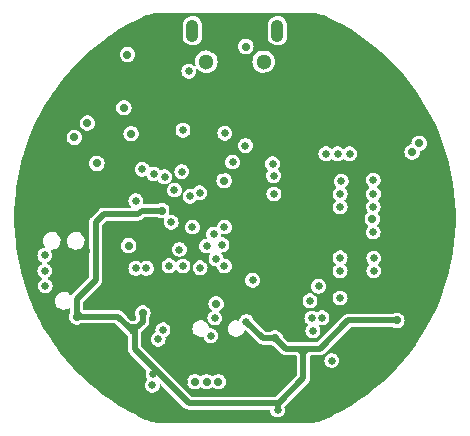
<source format=gbr>
%TF.GenerationSoftware,KiCad,Pcbnew,8.0.4*%
%TF.CreationDate,2024-12-05T11:14:02-05:00*%
%TF.ProjectId,IMpack,494d7061-636b-42e6-9b69-6361645f7063,rev?*%
%TF.SameCoordinates,Original*%
%TF.FileFunction,Copper,L2,Inr*%
%TF.FilePolarity,Positive*%
%FSLAX46Y46*%
G04 Gerber Fmt 4.6, Leading zero omitted, Abs format (unit mm)*
G04 Created by KiCad (PCBNEW 8.0.4) date 2024-12-05 11:14:02*
%MOMM*%
%LPD*%
G01*
G04 APERTURE LIST*
%TA.AperFunction,ComponentPad*%
%ADD10C,4.400000*%
%TD*%
%TA.AperFunction,ComponentPad*%
%ADD11O,1.070000X1.900000*%
%TD*%
%TA.AperFunction,ComponentPad*%
%ADD12C,1.300000*%
%TD*%
%TA.AperFunction,ViaPad*%
%ADD13C,0.700000*%
%TD*%
%TA.AperFunction,ViaPad*%
%ADD14C,0.650000*%
%TD*%
%TA.AperFunction,Conductor*%
%ADD15C,0.500000*%
%TD*%
G04 APERTURE END LIST*
D10*
%TO.N,GND*%
%TO.C,H703*%
X88500000Y-88500000D03*
%TD*%
%TO.N,GND*%
%TO.C,H702*%
X111500000Y-88500000D03*
%TD*%
%TO.N,GND*%
%TO.C,H701*%
X111500000Y-111500000D03*
%TD*%
D11*
%TO.N,unconnected-(J401-Shield-Pad6)_3*%
%TO.C,J401*%
X96400000Y-84175000D03*
D12*
%TO.N,unconnected-(J401-Shield-Pad6)_4*%
X97575000Y-86800000D03*
%TO.N,unconnected-(J401-Shield-Pad6)_2*%
X102425000Y-86800000D03*
D11*
%TO.N,unconnected-(J401-Shield-Pad6)*%
X103600000Y-84175000D03*
%TD*%
D10*
%TO.N,GND*%
%TO.C,H704*%
X88500000Y-111500000D03*
%TD*%
D13*
%TO.N,GND*%
X92700000Y-100275500D03*
D14*
X111900000Y-93900000D03*
D13*
X87375500Y-102800000D03*
X95700497Y-113900000D03*
D14*
X111912750Y-94712750D03*
D13*
X98600000Y-116785000D03*
X92020661Y-102296161D03*
X98924199Y-95972800D03*
X90000000Y-105500000D03*
X104575500Y-87499500D03*
X94900000Y-87400000D03*
X97600000Y-116785000D03*
X101625000Y-112200000D03*
X91200000Y-108090000D03*
X88300000Y-94400000D03*
X89500000Y-92000000D03*
X82947913Y-99896929D03*
D14*
X111600000Y-102285000D03*
X111838427Y-105461573D03*
D13*
X96057036Y-108943713D03*
D14*
X87300000Y-104024500D03*
X110800000Y-102285000D03*
D13*
X96600000Y-116785000D03*
X95600000Y-116785000D03*
D14*
X109900000Y-100200000D03*
X112000000Y-107599500D03*
X98000000Y-91100000D03*
D13*
X92600000Y-92550500D03*
D14*
X98000000Y-89900000D03*
D13*
X101625000Y-114100000D03*
X83710000Y-95200000D03*
D14*
X85900000Y-91200000D03*
D13*
X100600000Y-104890000D03*
D14*
X105700000Y-84400000D03*
D13*
X104341433Y-108800000D03*
X84610000Y-94300000D03*
D14*
X106400000Y-94000000D03*
D13*
X98151139Y-85747920D03*
X90400000Y-92000000D03*
X87500000Y-98200000D03*
D14*
X107500000Y-85300000D03*
X86800000Y-94700000D03*
D13*
X95303400Y-109247596D03*
D14*
X102625628Y-87982605D03*
D13*
X88600000Y-92000000D03*
%TO.N,+5V*%
X100918173Y-85512500D03*
D14*
%TO.N,+3.3V*%
X93059363Y-113240637D03*
D13*
X103400000Y-110199500D03*
X113700000Y-108700000D03*
X86600000Y-108400000D03*
X92200000Y-108090000D03*
D14*
X100961185Y-108799500D03*
D13*
X86400000Y-93200000D03*
X90600000Y-90700000D03*
D14*
X103602745Y-116297255D03*
D13*
X87500000Y-92000000D03*
D14*
X99800000Y-95300000D03*
D13*
X91200000Y-92900000D03*
X93800000Y-99400000D03*
D14*
X108900000Y-106800000D03*
D13*
X88300000Y-95400000D03*
X90900000Y-86200000D03*
%TO.N,+3.3VA*%
X91008029Y-102375972D03*
%TO.N,REG_OUT*%
X115001046Y-94448431D03*
D14*
X99140213Y-92859787D03*
X95600000Y-92600000D03*
X96100000Y-87600000D03*
%TO.N,SD_CARD_DETECT*%
X103300000Y-98000000D03*
D13*
%TO.N,Net-(U301-VCAP_1)*%
X98400000Y-107300000D03*
%TO.N,Net-(U301-VCAP_2)*%
X99081712Y-96858404D03*
%TO.N,Net-(D506-A1)*%
X111625000Y-100125000D03*
%TO.N,Net-(D701-A1)*%
X96600000Y-113900000D03*
D14*
%TO.N,BCM_PG*%
X92148535Y-95905353D03*
X100876089Y-93899500D03*
%TO.N,Net-(D201-A)*%
X109700000Y-94600000D03*
%TO.N,BCM_STAT1*%
X94050353Y-96550353D03*
X103275497Y-96450500D03*
%TO.N,Net-(D202-A)*%
X107700000Y-94600000D03*
%TO.N,BCM_STAT2*%
X103179705Y-95449502D03*
X93119184Y-96300000D03*
%TO.N,Net-(D203-A)*%
X108700000Y-94600000D03*
%TO.N,Net-(D504-A1)*%
X111700000Y-101225000D03*
%TO.N,IIS3DWB_INT1*%
X98900000Y-102300000D03*
%TO.N,IIS3DWB_INT2*%
X108200000Y-112100000D03*
%TO.N,SPI2_MISO*%
X97600000Y-102400000D03*
X107074161Y-105826339D03*
X106517200Y-108529968D03*
%TO.N,SPI2_MOSI*%
X98400000Y-103500000D03*
X106350000Y-107050000D03*
X106600000Y-109600000D03*
%TO.N,IIS3DWB_NSS*%
X107365210Y-108479643D03*
%TO.N,SPI1_SCLK*%
X93900000Y-109500000D03*
%TO.N,SPI1_MISO*%
X95300000Y-102700000D03*
%TO.N,SPI1_MOSI*%
X97050000Y-104250000D03*
%TO.N,SPI2_SCLK*%
X101500000Y-105299500D03*
D13*
%TO.N,/Power/BCM_VBAT*%
X115600000Y-93700000D03*
D14*
%TO.N,/Microcontroller/SWD_SWCLK_PRT*%
X83900000Y-104500000D03*
%TO.N,/Microcontroller/SWD_SWDIO_PRT*%
X83930000Y-105770000D03*
%TO.N,/Microcontroller/SWD_SWO_PRT*%
X83900000Y-103200000D03*
%TO.N,SD_SDIO_D1*%
X111758956Y-104503945D03*
X98200000Y-101400000D03*
X108900000Y-104500000D03*
%TO.N,SD_SDIO_D0*%
X108900000Y-103400000D03*
X111754371Y-103422068D03*
X99100000Y-100800000D03*
%TO.N,SD_SDIO_CLK*%
X94866294Y-97666294D03*
%TO.N,SD_SDIO_CMD*%
X95500000Y-96100000D03*
X108900000Y-99100000D03*
X111709168Y-99071144D03*
%TO.N,SD_SDIO_D3*%
X108900000Y-98000000D03*
X111714427Y-97979459D03*
X96200000Y-98200000D03*
%TO.N,SD_SDIO_D2*%
X97000000Y-97900000D03*
X111705259Y-96809168D03*
X109000000Y-96900000D03*
%TO.N,SWD_SWCLK*%
X94600000Y-100400000D03*
%TO.N,SWD_SWDIO*%
X96400000Y-100800000D03*
%TO.N,SWD_SWO*%
X91600000Y-98555500D03*
%TO.N,I2C2_SDA*%
X98300000Y-108500000D03*
D13*
X97600000Y-113900000D03*
D14*
X97958602Y-110000500D03*
D13*
%TO.N,I2C2_SCL*%
X98600000Y-113900000D03*
D14*
%TO.N,SPI1_NSS*%
X93500000Y-110300000D03*
%TO.N,Net-(JP701-B)*%
X93000000Y-114200000D03*
%TO.N,ADXL37x_NSS*%
X91600000Y-104300000D03*
%TO.N,LSM6DSx_INT2*%
X95600000Y-104100000D03*
%TO.N,LSM6DSx_INT1*%
X99100000Y-104100000D03*
%TO.N,ADXL37x_INT1*%
X94421398Y-104078602D03*
%TO.N,ADXL37x_INT2*%
X92500000Y-104300000D03*
%TD*%
D15*
%TO.N,+3.3V*%
X86600000Y-106900000D02*
X86600000Y-108400000D01*
X88200000Y-100400000D02*
X88200000Y-105300000D01*
X100961185Y-108799500D02*
X102361185Y-110199500D01*
X107200000Y-111100000D02*
X105800000Y-111100000D01*
X91400000Y-109700000D02*
X91000000Y-109300000D01*
X105800000Y-113600000D02*
X105800000Y-111500000D01*
X92100000Y-99400000D02*
X91800000Y-99700000D01*
X91000000Y-109300000D02*
X90100000Y-108400000D01*
X105800000Y-111500000D02*
X106200000Y-111100000D01*
X103602745Y-116297255D02*
X103602745Y-115700000D01*
X91700000Y-109300000D02*
X91500000Y-109300000D01*
X105800000Y-111500000D02*
X105800000Y-111100000D01*
X103700000Y-115700000D02*
X105800000Y-113600000D01*
X91500000Y-109300000D02*
X91500000Y-111100000D01*
X88200000Y-105300000D02*
X86600000Y-106900000D01*
X105800000Y-111500000D02*
X105400000Y-111100000D01*
X101000000Y-115700000D02*
X103700000Y-115700000D01*
X105100000Y-111100000D02*
X104300500Y-111100000D01*
X96100000Y-115700000D02*
X101000000Y-115700000D01*
X91500000Y-109300000D02*
X91000000Y-109300000D01*
X103602745Y-115700000D02*
X101000000Y-115700000D01*
X91500000Y-111100000D02*
X96100000Y-115700000D01*
X113700000Y-108700000D02*
X109600000Y-108700000D01*
X90100000Y-108400000D02*
X86600000Y-108400000D01*
X109600000Y-108700000D02*
X107200000Y-111100000D01*
X92200000Y-108800000D02*
X91700000Y-109300000D01*
X92200000Y-108090000D02*
X92200000Y-108800000D01*
X105800000Y-111100000D02*
X105100000Y-111100000D01*
X88900000Y-99700000D02*
X88200000Y-100400000D01*
X87000000Y-108400000D02*
X86600000Y-108000000D01*
X104300500Y-111100000D02*
X103400000Y-110199500D01*
X93800000Y-99400000D02*
X92100000Y-99400000D01*
X102361185Y-110199500D02*
X103400000Y-110199500D01*
X91800000Y-99700000D02*
X88900000Y-99700000D01*
%TD*%
%TA.AperFunction,Conductor*%
%TO.N,GND*%
G36*
X106596526Y-82699506D02*
G01*
X106602438Y-82699505D01*
X106602441Y-82699506D01*
X106649080Y-82699500D01*
X106650970Y-82699548D01*
X106875923Y-82711196D01*
X106879727Y-82711591D01*
X107101303Y-82746313D01*
X107105030Y-82747097D01*
X107321822Y-82804570D01*
X107325454Y-82805737D01*
X107535563Y-82885506D01*
X107538095Y-82886577D01*
X108303952Y-83244787D01*
X108305416Y-83245513D01*
X108613684Y-83407111D01*
X109054699Y-83638296D01*
X109056157Y-83639103D01*
X109786877Y-84065439D01*
X109788226Y-84066267D01*
X110498894Y-84525292D01*
X110500268Y-84526225D01*
X111189379Y-85016964D01*
X111190696Y-85017948D01*
X111856866Y-85539416D01*
X111858110Y-85540436D01*
X112400165Y-86005865D01*
X112499962Y-86091555D01*
X112501206Y-86092672D01*
X113117436Y-86672323D01*
X113118596Y-86673465D01*
X113602615Y-87171981D01*
X113707893Y-87280412D01*
X113709034Y-87281642D01*
X114270224Y-87914674D01*
X114271308Y-87915954D01*
X114803228Y-88573759D01*
X114804236Y-88575064D01*
X115083204Y-88953964D01*
X115305814Y-89256317D01*
X115306778Y-89257690D01*
X115776966Y-89960969D01*
X115777866Y-89962384D01*
X116215683Y-90686218D01*
X116216519Y-90687672D01*
X116621094Y-91430619D01*
X116621863Y-91432110D01*
X116992361Y-92192643D01*
X116993061Y-92194168D01*
X117162992Y-92587304D01*
X117328709Y-92970696D01*
X117329329Y-92972225D01*
X117629447Y-93763179D01*
X117630002Y-93764748D01*
X117811483Y-94317330D01*
X117893959Y-94568459D01*
X117894446Y-94570064D01*
X118121722Y-95384952D01*
X118122135Y-95386575D01*
X118125231Y-95399996D01*
X118312239Y-96210880D01*
X118312579Y-96212522D01*
X118465137Y-97044620D01*
X118465402Y-97046276D01*
X118580096Y-97884434D01*
X118580286Y-97886101D01*
X118656878Y-98728576D01*
X118656992Y-98730250D01*
X118695329Y-99575342D01*
X118695367Y-99577019D01*
X118695367Y-100422980D01*
X118695329Y-100424657D01*
X118656992Y-101269749D01*
X118656878Y-101271423D01*
X118580286Y-102113898D01*
X118580096Y-102115565D01*
X118465402Y-102953723D01*
X118465137Y-102955379D01*
X118312579Y-103787477D01*
X118312239Y-103789119D01*
X118122136Y-104613422D01*
X118121722Y-104615047D01*
X117894446Y-105429935D01*
X117893959Y-105431540D01*
X117630007Y-106235239D01*
X117629447Y-106236820D01*
X117329329Y-107027774D01*
X117328699Y-107029329D01*
X116993061Y-107805831D01*
X116992361Y-107807356D01*
X116621863Y-108567889D01*
X116621094Y-108569380D01*
X116216519Y-109312327D01*
X116215683Y-109313781D01*
X115777866Y-110037615D01*
X115776966Y-110039030D01*
X115306778Y-110742309D01*
X115305814Y-110743682D01*
X114804253Y-111424913D01*
X114803228Y-111426240D01*
X114271308Y-112084045D01*
X114270224Y-112085325D01*
X113709034Y-112718357D01*
X113707893Y-112719587D01*
X113118611Y-113326519D01*
X113117416Y-113327696D01*
X112501210Y-113907323D01*
X112499962Y-113908444D01*
X111858142Y-114459537D01*
X111856845Y-114460600D01*
X111190723Y-114982031D01*
X111189379Y-114983035D01*
X110500268Y-115473774D01*
X110498880Y-115474716D01*
X109788264Y-115933708D01*
X109786844Y-115934579D01*
X109660510Y-116008289D01*
X109056166Y-116360891D01*
X109054699Y-116361703D01*
X108305427Y-116754480D01*
X108303924Y-116755225D01*
X107578878Y-117094346D01*
X107569403Y-117097250D01*
X107569590Y-117097824D01*
X107564054Y-117099621D01*
X107530081Y-117116919D01*
X107528206Y-117117808D01*
X107491873Y-117133810D01*
X107484819Y-117137623D01*
X107311816Y-117214702D01*
X107308234Y-117216080D01*
X107091695Y-117286742D01*
X107087990Y-117287742D01*
X106865287Y-117335611D01*
X106861498Y-117336222D01*
X106639602Y-117360284D01*
X106635610Y-117360500D01*
X93364501Y-117360500D01*
X93360509Y-117360284D01*
X93138503Y-117336210D01*
X93134714Y-117335599D01*
X92912012Y-117287730D01*
X92908307Y-117286730D01*
X92691768Y-117216069D01*
X92688186Y-117214691D01*
X92515121Y-117137584D01*
X92508202Y-117133843D01*
X92489483Y-117125599D01*
X92471778Y-117117802D01*
X92469922Y-117116922D01*
X92435941Y-117099619D01*
X92430405Y-117097822D01*
X92430590Y-117097251D01*
X92421117Y-117094344D01*
X91916326Y-116858241D01*
X91696065Y-116755220D01*
X91694572Y-116754480D01*
X90945300Y-116361703D01*
X90943833Y-116360891D01*
X90831571Y-116295392D01*
X90213134Y-115934567D01*
X90211761Y-115933724D01*
X89501115Y-115474713D01*
X89499731Y-115473774D01*
X88810620Y-114983035D01*
X88809296Y-114982046D01*
X88143138Y-114460587D01*
X88141885Y-114459559D01*
X87502020Y-113910147D01*
X87500037Y-113908444D01*
X87498789Y-113907323D01*
X87461603Y-113872344D01*
X86882563Y-113327677D01*
X86881403Y-113326534D01*
X86292099Y-112719579D01*
X86290965Y-112718357D01*
X85729775Y-112085325D01*
X85728691Y-112084045D01*
X85465588Y-111758676D01*
X85196766Y-111426233D01*
X85195767Y-111424941D01*
X84749312Y-110818557D01*
X84694185Y-110743682D01*
X84693221Y-110742309D01*
X84223033Y-110039030D01*
X84222133Y-110037615D01*
X83784316Y-109313781D01*
X83783480Y-109312327D01*
X83782885Y-109311235D01*
X83378905Y-108569380D01*
X83378136Y-108567889D01*
X83366097Y-108543177D01*
X83221724Y-108246818D01*
X83007638Y-107807356D01*
X83006938Y-107805831D01*
X82934890Y-107639148D01*
X82694785Y-107083661D01*
X84750393Y-107083661D01*
X84780668Y-107255354D01*
X84849720Y-107415437D01*
X84849723Y-107415441D01*
X84880520Y-107456808D01*
X84953832Y-107555283D01*
X85025244Y-107615205D01*
X85087383Y-107667347D01*
X85087384Y-107667347D01*
X85087386Y-107667349D01*
X85243185Y-107745594D01*
X85412829Y-107785800D01*
X85543436Y-107785800D01*
X85673164Y-107770637D01*
X85836993Y-107711008D01*
X85934837Y-107646654D01*
X85984091Y-107634981D01*
X86029326Y-107657699D01*
X86049375Y-107704178D01*
X86049500Y-107708481D01*
X86049500Y-107990602D01*
X86048018Y-108033972D01*
X86034963Y-108073479D01*
X86019778Y-108095478D01*
X85963764Y-108243177D01*
X85963761Y-108243191D01*
X85944722Y-108399996D01*
X85944722Y-108400003D01*
X85963761Y-108556808D01*
X85963764Y-108556822D01*
X86019778Y-108704521D01*
X86106475Y-108830123D01*
X86109517Y-108834530D01*
X86227760Y-108939283D01*
X86367635Y-109012696D01*
X86521015Y-109050500D01*
X86521019Y-109050500D01*
X86678981Y-109050500D01*
X86678985Y-109050500D01*
X86832365Y-109012696D01*
X86934536Y-108959071D01*
X86976492Y-108950984D01*
X87018971Y-108955351D01*
X87040866Y-108951576D01*
X87053440Y-108950500D01*
X89841323Y-108950500D01*
X89888889Y-108967813D01*
X89893649Y-108972174D01*
X90555831Y-109634355D01*
X90555841Y-109634366D01*
X90604091Y-109682616D01*
X90649317Y-109731042D01*
X90649319Y-109731043D01*
X90649320Y-109731044D01*
X90649890Y-109731390D01*
X90663766Y-109742291D01*
X90927826Y-110006350D01*
X90949218Y-110052226D01*
X90949500Y-110058676D01*
X90949500Y-111090603D01*
X90947237Y-111156824D01*
X90958019Y-111201066D01*
X90958726Y-111204790D01*
X90962040Y-111228898D01*
X90964930Y-111249920D01*
X90970619Y-111263018D01*
X90973783Y-111270302D01*
X90977805Y-111282261D01*
X90983067Y-111303852D01*
X91005391Y-111343557D01*
X91007072Y-111346941D01*
X91025217Y-111388716D01*
X91025219Y-111388719D01*
X91039243Y-111405957D01*
X91046343Y-111416389D01*
X91057233Y-111435758D01*
X91089441Y-111467966D01*
X91091981Y-111470781D01*
X91120722Y-111506108D01*
X91138875Y-111518922D01*
X91148526Y-111527051D01*
X92486293Y-112864818D01*
X92507685Y-112910694D01*
X92501271Y-112942966D01*
X92503029Y-112943633D01*
X92447577Y-113089846D01*
X92429269Y-113240633D01*
X92429269Y-113240640D01*
X92447577Y-113391427D01*
X92501441Y-113533455D01*
X92580948Y-113648641D01*
X92593720Y-113697622D01*
X92572020Y-113743354D01*
X92569119Y-113746067D01*
X92528368Y-113782169D01*
X92442078Y-113907181D01*
X92388214Y-114049209D01*
X92369906Y-114199996D01*
X92369906Y-114200003D01*
X92388214Y-114350790D01*
X92442078Y-114492818D01*
X92481893Y-114550499D01*
X92528368Y-114617830D01*
X92642066Y-114718557D01*
X92642067Y-114718557D01*
X92642069Y-114718559D01*
X92776562Y-114789146D01*
X92776566Y-114789148D01*
X92924051Y-114825500D01*
X92924055Y-114825500D01*
X93075945Y-114825500D01*
X93075949Y-114825500D01*
X93223434Y-114789148D01*
X93357934Y-114718557D01*
X93471632Y-114617830D01*
X93557921Y-114492819D01*
X93611785Y-114350791D01*
X93630094Y-114200000D01*
X93629493Y-114195050D01*
X93640945Y-114145744D01*
X93681411Y-114115334D01*
X93731957Y-114118050D01*
X93755279Y-114133803D01*
X95704079Y-116082603D01*
X95749320Y-116131044D01*
X95788241Y-116154711D01*
X95791366Y-116156839D01*
X95827655Y-116184359D01*
X95827660Y-116184362D01*
X95848330Y-116192513D01*
X95859632Y-116198126D01*
X95878618Y-116209672D01*
X95916366Y-116220248D01*
X95922472Y-116221959D01*
X95926052Y-116223162D01*
X95968435Y-116239876D01*
X95990546Y-116242148D01*
X96002934Y-116244503D01*
X96024335Y-116250500D01*
X96069885Y-116250500D01*
X96073667Y-116250693D01*
X96118971Y-116255351D01*
X96140866Y-116251576D01*
X96153440Y-116250500D01*
X100924335Y-116250500D01*
X102901416Y-116250500D01*
X102948982Y-116267813D01*
X102974292Y-116311650D01*
X102974872Y-116315549D01*
X102986183Y-116408710D01*
X102990960Y-116448049D01*
X103044823Y-116590073D01*
X103044824Y-116590074D01*
X103131113Y-116715085D01*
X103244811Y-116815812D01*
X103244812Y-116815812D01*
X103244814Y-116815814D01*
X103379307Y-116886401D01*
X103379311Y-116886403D01*
X103526796Y-116922755D01*
X103526800Y-116922755D01*
X103678690Y-116922755D01*
X103678694Y-116922755D01*
X103826179Y-116886403D01*
X103960679Y-116815812D01*
X104074377Y-116715085D01*
X104160666Y-116590074D01*
X104214530Y-116448046D01*
X104232839Y-116297255D01*
X104232839Y-116297251D01*
X104214531Y-116146468D01*
X104214530Y-116146466D01*
X104214530Y-116146464D01*
X104181322Y-116058903D01*
X104180642Y-116008289D01*
X104198185Y-115980338D01*
X105182008Y-114996514D01*
X106182603Y-113995921D01*
X106208536Y-113971700D01*
X106231044Y-113950680D01*
X106254718Y-113911747D01*
X106256833Y-113908642D01*
X106257402Y-113907892D01*
X106284361Y-113872343D01*
X106292514Y-113851666D01*
X106298130Y-113840361D01*
X106309670Y-113821385D01*
X106309669Y-113821385D01*
X106309672Y-113821382D01*
X106321966Y-113777502D01*
X106323157Y-113773959D01*
X106339876Y-113731565D01*
X106342148Y-113709451D01*
X106344501Y-113697071D01*
X106350500Y-113675665D01*
X106350500Y-113630114D01*
X106350694Y-113626328D01*
X106355351Y-113581029D01*
X106351576Y-113559133D01*
X106350500Y-113546560D01*
X106350500Y-112100003D01*
X107569906Y-112100003D01*
X107588214Y-112250790D01*
X107642078Y-112392818D01*
X107642079Y-112392819D01*
X107728368Y-112517830D01*
X107842066Y-112618557D01*
X107842067Y-112618557D01*
X107842069Y-112618559D01*
X107976562Y-112689146D01*
X107976566Y-112689148D01*
X108124051Y-112725500D01*
X108124055Y-112725500D01*
X108275945Y-112725500D01*
X108275949Y-112725500D01*
X108423434Y-112689148D01*
X108557934Y-112618557D01*
X108671632Y-112517830D01*
X108757921Y-112392819D01*
X108811785Y-112250791D01*
X108830094Y-112100000D01*
X108828312Y-112085325D01*
X108811785Y-111949209D01*
X108757921Y-111807181D01*
X108671632Y-111682170D01*
X108655426Y-111667813D01*
X108557934Y-111581443D01*
X108557932Y-111581442D01*
X108557930Y-111581440D01*
X108423437Y-111510853D01*
X108423434Y-111510852D01*
X108275949Y-111474500D01*
X108124051Y-111474500D01*
X107983204Y-111509216D01*
X107976562Y-111510853D01*
X107842069Y-111581440D01*
X107728367Y-111682170D01*
X107642078Y-111807181D01*
X107588214Y-111949209D01*
X107569906Y-112099996D01*
X107569906Y-112100003D01*
X106350500Y-112100003D01*
X106350500Y-111758675D01*
X106367813Y-111711109D01*
X106372164Y-111706359D01*
X106406351Y-111672172D01*
X106452228Y-111650781D01*
X106458676Y-111650500D01*
X107190603Y-111650500D01*
X107196283Y-111650694D01*
X107256822Y-111652762D01*
X107256822Y-111652761D01*
X107256826Y-111652762D01*
X107301069Y-111641979D01*
X107304795Y-111641271D01*
X107349920Y-111635070D01*
X107349921Y-111635069D01*
X107349923Y-111635069D01*
X107358930Y-111631155D01*
X107370297Y-111626217D01*
X107382263Y-111622194D01*
X107403845Y-111616935D01*
X107403846Y-111616934D01*
X107403852Y-111616933D01*
X107443558Y-111594606D01*
X107446933Y-111592930D01*
X107488720Y-111574780D01*
X107505953Y-111560758D01*
X107516380Y-111553661D01*
X107535759Y-111542766D01*
X107567976Y-111510547D01*
X107570761Y-111508033D01*
X107606108Y-111479278D01*
X107618926Y-111461117D01*
X107627046Y-111451477D01*
X109806350Y-109272174D01*
X109852228Y-109250782D01*
X109858677Y-109250500D01*
X113330892Y-109250500D01*
X113365280Y-109258975D01*
X113467635Y-109312696D01*
X113621015Y-109350500D01*
X113621019Y-109350500D01*
X113778981Y-109350500D01*
X113778985Y-109350500D01*
X113932365Y-109312696D01*
X114072240Y-109239283D01*
X114190483Y-109134530D01*
X114280220Y-109004523D01*
X114336237Y-108856818D01*
X114345439Y-108781029D01*
X114355278Y-108700003D01*
X114355278Y-108699996D01*
X114336238Y-108543191D01*
X114336237Y-108543182D01*
X114322393Y-108506678D01*
X114280221Y-108395478D01*
X114190483Y-108265470D01*
X114181182Y-108257230D01*
X114072240Y-108160717D01*
X114046556Y-108147237D01*
X113932366Y-108087304D01*
X113778987Y-108049500D01*
X113778985Y-108049500D01*
X113621015Y-108049500D01*
X113621012Y-108049500D01*
X113467637Y-108087303D01*
X113467635Y-108087303D01*
X113467635Y-108087304D01*
X113365280Y-108141024D01*
X113330892Y-108149500D01*
X109609427Y-108149500D01*
X109607307Y-108149427D01*
X109543175Y-108147236D01*
X109498924Y-108158020D01*
X109495201Y-108158727D01*
X109450079Y-108164930D01*
X109429696Y-108173783D01*
X109417745Y-108177802D01*
X109396147Y-108183066D01*
X109356447Y-108205387D01*
X109353055Y-108207072D01*
X109311278Y-108225221D01*
X109294039Y-108239245D01*
X109283612Y-108246341D01*
X109264246Y-108257230D01*
X109264241Y-108257234D01*
X109232029Y-108289444D01*
X109229216Y-108291982D01*
X109193892Y-108320720D01*
X109193890Y-108320723D01*
X109181075Y-108338877D01*
X109172947Y-108348526D01*
X106993649Y-110527826D01*
X106947773Y-110549218D01*
X106941323Y-110549500D01*
X106209397Y-110549500D01*
X106206879Y-110549414D01*
X106143174Y-110547237D01*
X106142525Y-110547396D01*
X106125006Y-110549500D01*
X105820075Y-110549500D01*
X105817572Y-110549414D01*
X105793785Y-110547787D01*
X105762080Y-110545618D01*
X105750852Y-110547952D01*
X105735796Y-110549500D01*
X105430122Y-110549500D01*
X105426337Y-110549306D01*
X105407758Y-110547396D01*
X105381030Y-110544648D01*
X105381027Y-110544648D01*
X105359128Y-110548424D01*
X105346555Y-110549500D01*
X104559176Y-110549500D01*
X104511610Y-110532187D01*
X104506850Y-110527826D01*
X104055576Y-110076551D01*
X104038660Y-110046551D01*
X104037825Y-110046868D01*
X103980220Y-109894977D01*
X103890483Y-109764970D01*
X103852188Y-109731044D01*
X103772240Y-109660217D01*
X103754298Y-109650800D01*
X103632366Y-109586804D01*
X103478987Y-109549000D01*
X103478985Y-109549000D01*
X103321015Y-109549000D01*
X103321012Y-109549000D01*
X103167637Y-109586803D01*
X103167635Y-109586803D01*
X103167635Y-109586804D01*
X103065280Y-109640524D01*
X103030892Y-109649000D01*
X102619862Y-109649000D01*
X102572296Y-109631687D01*
X102567536Y-109627326D01*
X101574456Y-108634246D01*
X101557593Y-108608164D01*
X101527939Y-108529971D01*
X105887106Y-108529971D01*
X105905414Y-108680758D01*
X105959278Y-108822786D01*
X106039691Y-108939283D01*
X106045568Y-108947798D01*
X106156165Y-109045778D01*
X106156721Y-109046270D01*
X106180844Y-109090771D01*
X106170720Y-109140367D01*
X106156722Y-109157049D01*
X106128369Y-109182167D01*
X106042078Y-109307181D01*
X105988214Y-109449209D01*
X105969906Y-109599996D01*
X105969906Y-109600003D01*
X105988214Y-109750790D01*
X106042078Y-109892818D01*
X106121018Y-110007181D01*
X106128368Y-110017830D01*
X106242066Y-110118557D01*
X106242067Y-110118557D01*
X106242069Y-110118559D01*
X106304435Y-110151291D01*
X106376566Y-110189148D01*
X106524051Y-110225500D01*
X106524055Y-110225500D01*
X106675945Y-110225500D01*
X106675949Y-110225500D01*
X106823434Y-110189148D01*
X106957934Y-110118557D01*
X107071632Y-110017830D01*
X107157921Y-109892819D01*
X107211785Y-109750791D01*
X107220063Y-109682616D01*
X107230094Y-109600003D01*
X107230094Y-109599996D01*
X107211785Y-109449209D01*
X107157921Y-109307181D01*
X107073789Y-109185295D01*
X107061017Y-109136314D01*
X107082716Y-109090582D01*
X107128735Y-109069498D01*
X107152390Y-109071407D01*
X107289261Y-109105143D01*
X107289265Y-109105143D01*
X107441155Y-109105143D01*
X107441159Y-109105143D01*
X107588644Y-109068791D01*
X107723144Y-108998200D01*
X107836842Y-108897473D01*
X107923131Y-108772462D01*
X107976995Y-108630434D01*
X107985933Y-108556822D01*
X107995304Y-108479646D01*
X107995304Y-108479639D01*
X107976995Y-108328852D01*
X107923131Y-108186824D01*
X107836842Y-108061813D01*
X107781182Y-108012503D01*
X107723144Y-107961086D01*
X107723142Y-107961085D01*
X107723140Y-107961083D01*
X107588647Y-107890496D01*
X107588644Y-107890495D01*
X107441159Y-107854143D01*
X107289261Y-107854143D01*
X107141772Y-107890496D01*
X107007279Y-107961083D01*
X106960675Y-108002370D01*
X106913590Y-108020952D01*
X106877216Y-108012503D01*
X106740637Y-107940821D01*
X106740634Y-107940820D01*
X106593149Y-107904468D01*
X106441251Y-107904468D01*
X106293762Y-107940821D01*
X106159269Y-108011408D01*
X106045567Y-108112138D01*
X105959278Y-108237149D01*
X105905414Y-108379177D01*
X105887106Y-108529964D01*
X105887106Y-108529971D01*
X101527939Y-108529971D01*
X101519106Y-108506681D01*
X101432817Y-108381670D01*
X101319119Y-108280943D01*
X101319117Y-108280942D01*
X101319115Y-108280940D01*
X101184622Y-108210353D01*
X101184619Y-108210352D01*
X101037134Y-108174000D01*
X100885236Y-108174000D01*
X100737747Y-108210353D01*
X100603254Y-108280940D01*
X100489552Y-108381670D01*
X100403263Y-108506681D01*
X100349401Y-108648706D01*
X100349398Y-108648716D01*
X100348704Y-108654436D01*
X100325783Y-108699568D01*
X100279214Y-108719407D01*
X100257535Y-108717364D01*
X100185058Y-108699500D01*
X100185056Y-108699500D01*
X100014944Y-108699500D01*
X100014941Y-108699500D01*
X99849777Y-108740209D01*
X99699146Y-108819267D01*
X99699143Y-108819269D01*
X99571816Y-108932071D01*
X99475181Y-109072070D01*
X99414859Y-109231128D01*
X99394355Y-109399996D01*
X99394355Y-109400003D01*
X99414859Y-109568871D01*
X99475181Y-109727929D01*
X99559241Y-109849709D01*
X99571817Y-109867929D01*
X99699148Y-109980734D01*
X99849775Y-110059790D01*
X100014944Y-110100500D01*
X100014948Y-110100500D01*
X100185052Y-110100500D01*
X100185056Y-110100500D01*
X100350225Y-110059790D01*
X100500852Y-109980734D01*
X100628183Y-109867929D01*
X100724818Y-109727930D01*
X100785140Y-109568872D01*
X100785140Y-109568871D01*
X100785141Y-109568869D01*
X100786211Y-109564529D01*
X100787927Y-109564951D01*
X100807801Y-109525800D01*
X100854365Y-109505950D01*
X100902795Y-109520676D01*
X100910677Y-109527517D01*
X101965278Y-110582118D01*
X102010505Y-110630544D01*
X102049414Y-110654205D01*
X102052548Y-110656338D01*
X102088843Y-110683861D01*
X102088844Y-110683861D01*
X102088845Y-110683862D01*
X102088844Y-110683862D01*
X102109515Y-110692013D01*
X102120817Y-110697626D01*
X102139803Y-110709172D01*
X102183679Y-110721465D01*
X102187240Y-110722663D01*
X102229618Y-110739375D01*
X102229621Y-110739376D01*
X102251725Y-110741648D01*
X102264117Y-110744003D01*
X102285520Y-110750000D01*
X102331063Y-110750000D01*
X102334847Y-110750193D01*
X102380157Y-110754852D01*
X102402057Y-110751075D01*
X102414630Y-110750000D01*
X103030892Y-110750000D01*
X103065280Y-110758475D01*
X103167635Y-110812196D01*
X103167637Y-110812196D01*
X103167638Y-110812197D01*
X103235903Y-110829022D01*
X103270521Y-110848546D01*
X103904579Y-111482604D01*
X103949819Y-111531044D01*
X103966037Y-111540905D01*
X103988741Y-111554711D01*
X103991866Y-111556839D01*
X104028155Y-111584359D01*
X104028160Y-111584362D01*
X104048830Y-111592513D01*
X104060132Y-111598126D01*
X104079118Y-111609672D01*
X104122992Y-111621964D01*
X104126552Y-111623162D01*
X104168935Y-111639876D01*
X104191038Y-111642148D01*
X104203434Y-111644504D01*
X104224834Y-111650500D01*
X104224835Y-111650500D01*
X104270377Y-111650500D01*
X104274161Y-111650693D01*
X104319471Y-111655352D01*
X104341371Y-111651575D01*
X104353944Y-111650500D01*
X105024335Y-111650500D01*
X105141323Y-111650500D01*
X105188889Y-111667813D01*
X105193648Y-111672173D01*
X105227825Y-111706349D01*
X105249218Y-111752225D01*
X105249500Y-111758676D01*
X105249499Y-113341323D01*
X105232186Y-113388889D01*
X105227825Y-113393649D01*
X103493649Y-115127826D01*
X103447773Y-115149218D01*
X103441323Y-115149500D01*
X96358676Y-115149500D01*
X96311110Y-115132187D01*
X96306350Y-115127826D01*
X95078527Y-113900003D01*
X95944722Y-113900003D01*
X95963761Y-114056808D01*
X95963764Y-114056822D01*
X96019778Y-114204521D01*
X96100000Y-114320742D01*
X96109517Y-114334530D01*
X96227760Y-114439283D01*
X96367635Y-114512696D01*
X96521015Y-114550500D01*
X96521019Y-114550500D01*
X96678981Y-114550500D01*
X96678985Y-114550500D01*
X96832365Y-114512696D01*
X96972240Y-114439283D01*
X97050929Y-114369570D01*
X97098014Y-114350988D01*
X97146028Y-114367017D01*
X97149062Y-114369563D01*
X97227760Y-114439283D01*
X97367635Y-114512696D01*
X97521015Y-114550500D01*
X97521019Y-114550500D01*
X97678981Y-114550500D01*
X97678985Y-114550500D01*
X97832365Y-114512696D01*
X97972240Y-114439283D01*
X98050929Y-114369570D01*
X98098014Y-114350988D01*
X98146028Y-114367017D01*
X98149062Y-114369563D01*
X98227760Y-114439283D01*
X98367635Y-114512696D01*
X98521015Y-114550500D01*
X98521019Y-114550500D01*
X98678981Y-114550500D01*
X98678985Y-114550500D01*
X98832365Y-114512696D01*
X98972240Y-114439283D01*
X99090483Y-114334530D01*
X99180220Y-114204523D01*
X99181936Y-114200000D01*
X99202512Y-114145744D01*
X99236237Y-114056818D01*
X99249124Y-113950681D01*
X99255278Y-113900003D01*
X99255278Y-113899996D01*
X99236238Y-113743191D01*
X99236237Y-113743182D01*
X99221059Y-113703161D01*
X99180221Y-113595478D01*
X99090483Y-113465470D01*
X99050928Y-113430428D01*
X98972240Y-113360717D01*
X98909325Y-113327696D01*
X98832366Y-113287304D01*
X98678987Y-113249500D01*
X98678985Y-113249500D01*
X98521015Y-113249500D01*
X98521012Y-113249500D01*
X98367633Y-113287304D01*
X98227761Y-113360715D01*
X98149069Y-113430429D01*
X98101984Y-113449011D01*
X98053971Y-113432981D01*
X98050928Y-113430428D01*
X97972240Y-113360717D01*
X97909325Y-113327696D01*
X97832366Y-113287304D01*
X97678987Y-113249500D01*
X97678985Y-113249500D01*
X97521015Y-113249500D01*
X97521012Y-113249500D01*
X97367633Y-113287304D01*
X97227760Y-113360716D01*
X97227757Y-113360718D01*
X97149070Y-113430428D01*
X97101986Y-113449011D01*
X97053972Y-113432981D01*
X97050930Y-113430428D01*
X96972242Y-113360718D01*
X96972239Y-113360716D01*
X96832366Y-113287304D01*
X96678987Y-113249500D01*
X96678985Y-113249500D01*
X96521015Y-113249500D01*
X96521012Y-113249500D01*
X96367633Y-113287304D01*
X96227761Y-113360716D01*
X96109516Y-113465470D01*
X96019779Y-113595478D01*
X96019778Y-113595478D01*
X95963764Y-113743177D01*
X95963761Y-113743191D01*
X95944722Y-113899996D01*
X95944722Y-113900003D01*
X95078527Y-113900003D01*
X92072174Y-110893649D01*
X92050782Y-110847773D01*
X92050500Y-110841323D01*
X92050500Y-110300003D01*
X92869906Y-110300003D01*
X92888214Y-110450790D01*
X92942078Y-110592818D01*
X93022392Y-110709172D01*
X93028368Y-110717830D01*
X93142066Y-110818557D01*
X93142067Y-110818557D01*
X93142069Y-110818559D01*
X93276562Y-110889146D01*
X93276566Y-110889148D01*
X93424051Y-110925500D01*
X93424055Y-110925500D01*
X93575945Y-110925500D01*
X93575949Y-110925500D01*
X93723434Y-110889148D01*
X93857934Y-110818557D01*
X93971632Y-110717830D01*
X94057921Y-110592819D01*
X94111785Y-110450791D01*
X94130094Y-110300000D01*
X94121048Y-110225500D01*
X94111784Y-110149200D01*
X94123237Y-110099893D01*
X94150854Y-110074756D01*
X94257934Y-110018557D01*
X94371632Y-109917830D01*
X94457921Y-109792819D01*
X94511785Y-109650791D01*
X94522259Y-109564529D01*
X94530094Y-109500003D01*
X94530094Y-109499996D01*
X94517953Y-109400003D01*
X96394355Y-109400003D01*
X96414859Y-109568871D01*
X96475181Y-109727929D01*
X96559241Y-109849709D01*
X96571817Y-109867929D01*
X96699148Y-109980734D01*
X96849775Y-110059790D01*
X97014944Y-110100500D01*
X97014948Y-110100500D01*
X97185052Y-110100500D01*
X97185056Y-110100500D01*
X97255028Y-110083253D01*
X97305354Y-110088679D01*
X97340419Y-110125186D01*
X97346196Y-110146182D01*
X97346815Y-110151282D01*
X97346818Y-110151293D01*
X97400680Y-110293318D01*
X97405295Y-110300003D01*
X97486970Y-110418330D01*
X97600668Y-110519057D01*
X97600669Y-110519057D01*
X97600671Y-110519059D01*
X97658508Y-110549414D01*
X97735168Y-110589648D01*
X97882653Y-110626000D01*
X97882657Y-110626000D01*
X98034547Y-110626000D01*
X98034551Y-110626000D01*
X98182036Y-110589648D01*
X98316536Y-110519057D01*
X98430234Y-110418330D01*
X98516523Y-110293319D01*
X98570387Y-110151291D01*
X98581632Y-110058676D01*
X98588696Y-110000503D01*
X98588696Y-110000496D01*
X98570387Y-109849709D01*
X98516523Y-109707681D01*
X98430234Y-109582670D01*
X98392228Y-109549000D01*
X98316536Y-109481943D01*
X98316534Y-109481942D01*
X98316532Y-109481940D01*
X98182039Y-109411353D01*
X98182036Y-109411352D01*
X98034551Y-109375000D01*
X97882653Y-109375000D01*
X97882649Y-109375000D01*
X97878209Y-109375540D01*
X97877936Y-109373298D01*
X97835686Y-109368728D01*
X97800634Y-109332209D01*
X97794867Y-109311235D01*
X97785140Y-109231128D01*
X97724818Y-109072070D01*
X97628183Y-108932071D01*
X97500856Y-108819269D01*
X97500853Y-108819267D01*
X97500852Y-108819266D01*
X97350225Y-108740210D01*
X97350222Y-108740209D01*
X97185058Y-108699500D01*
X97185056Y-108699500D01*
X97014944Y-108699500D01*
X97014941Y-108699500D01*
X96849777Y-108740209D01*
X96699146Y-108819267D01*
X96699143Y-108819269D01*
X96571816Y-108932071D01*
X96475181Y-109072070D01*
X96414859Y-109231128D01*
X96394355Y-109399996D01*
X96394355Y-109400003D01*
X94517953Y-109400003D01*
X94511785Y-109349209D01*
X94457921Y-109207181D01*
X94371632Y-109082170D01*
X94335884Y-109050500D01*
X94257934Y-108981443D01*
X94257932Y-108981442D01*
X94257930Y-108981440D01*
X94123437Y-108910853D01*
X94123434Y-108910852D01*
X93975949Y-108874500D01*
X93824051Y-108874500D01*
X93707774Y-108903160D01*
X93676562Y-108910853D01*
X93542069Y-108981440D01*
X93428367Y-109082170D01*
X93342078Y-109207181D01*
X93288214Y-109349209D01*
X93272098Y-109481943D01*
X93269906Y-109500000D01*
X93282048Y-109600000D01*
X93288216Y-109650800D01*
X93276762Y-109700106D01*
X93249145Y-109725243D01*
X93142067Y-109781442D01*
X93028367Y-109882170D01*
X92942078Y-110007181D01*
X92888214Y-110149209D01*
X92869906Y-110299996D01*
X92869906Y-110300003D01*
X92050500Y-110300003D01*
X92050500Y-109759710D01*
X92067813Y-109712144D01*
X92077802Y-109702306D01*
X92106102Y-109679283D01*
X92106102Y-109679282D01*
X92106108Y-109679278D01*
X92118926Y-109661117D01*
X92127046Y-109651477D01*
X92582618Y-109195906D01*
X92631044Y-109150680D01*
X92654713Y-109111756D01*
X92656836Y-109108638D01*
X92684361Y-109072342D01*
X92692514Y-109051663D01*
X92698120Y-109040376D01*
X92709672Y-109021382D01*
X92721967Y-108977498D01*
X92723158Y-108973955D01*
X92739876Y-108931564D01*
X92742148Y-108909455D01*
X92744502Y-108897069D01*
X92750500Y-108875665D01*
X92750499Y-108830122D01*
X92750693Y-108826335D01*
X92751058Y-108822786D01*
X92755352Y-108781028D01*
X92751575Y-108759126D01*
X92750500Y-108746554D01*
X92750500Y-108500003D01*
X97669906Y-108500003D01*
X97688214Y-108650790D01*
X97742078Y-108792818D01*
X97814317Y-108897473D01*
X97828368Y-108917830D01*
X97942066Y-109018557D01*
X97942067Y-109018557D01*
X97942069Y-109018559D01*
X98074495Y-109088061D01*
X98076566Y-109089148D01*
X98224051Y-109125500D01*
X98224055Y-109125500D01*
X98375945Y-109125500D01*
X98375949Y-109125500D01*
X98523434Y-109089148D01*
X98657934Y-109018557D01*
X98771632Y-108917830D01*
X98857921Y-108792819D01*
X98911785Y-108650791D01*
X98923195Y-108556818D01*
X98930094Y-108500003D01*
X98930094Y-108499996D01*
X98911785Y-108349209D01*
X98857921Y-108207181D01*
X98856683Y-108205387D01*
X98771632Y-108082170D01*
X98724385Y-108040313D01*
X98679937Y-108000935D01*
X98655813Y-107956434D01*
X98665939Y-107906838D01*
X98694616Y-107880023D01*
X98772240Y-107839283D01*
X98890483Y-107734530D01*
X98980220Y-107604523D01*
X99036237Y-107456818D01*
X99055278Y-107300000D01*
X99036237Y-107143182D01*
X99024074Y-107111110D01*
X99000899Y-107050003D01*
X105719906Y-107050003D01*
X105738214Y-107200790D01*
X105792078Y-107342818D01*
X105870770Y-107456822D01*
X105878368Y-107467830D01*
X105992066Y-107568557D01*
X105992067Y-107568557D01*
X105992069Y-107568559D01*
X106080946Y-107615205D01*
X106126566Y-107639148D01*
X106274051Y-107675500D01*
X106274055Y-107675500D01*
X106425945Y-107675500D01*
X106425949Y-107675500D01*
X106573434Y-107639148D01*
X106707934Y-107568557D01*
X106821632Y-107467830D01*
X106907921Y-107342819D01*
X106961785Y-107200791D01*
X106968780Y-107143182D01*
X106980094Y-107050003D01*
X106980094Y-107049996D01*
X106961785Y-106899209D01*
X106924161Y-106800003D01*
X108269906Y-106800003D01*
X108288214Y-106950790D01*
X108342078Y-107092818D01*
X108416607Y-107200791D01*
X108428368Y-107217830D01*
X108542066Y-107318557D01*
X108542067Y-107318557D01*
X108542069Y-107318559D01*
X108588293Y-107342819D01*
X108676566Y-107389148D01*
X108824051Y-107425500D01*
X108824055Y-107425500D01*
X108975945Y-107425500D01*
X108975949Y-107425500D01*
X109123434Y-107389148D01*
X109257934Y-107318557D01*
X109371632Y-107217830D01*
X109457921Y-107092819D01*
X109511785Y-106950791D01*
X109530094Y-106800000D01*
X109525324Y-106760717D01*
X109511785Y-106649209D01*
X109457921Y-106507181D01*
X109371632Y-106382170D01*
X109317716Y-106334405D01*
X109257934Y-106281443D01*
X109257932Y-106281442D01*
X109257930Y-106281440D01*
X109123437Y-106210853D01*
X109123434Y-106210852D01*
X108975949Y-106174500D01*
X108824051Y-106174500D01*
X108676562Y-106210853D01*
X108542069Y-106281440D01*
X108428367Y-106382170D01*
X108342078Y-106507181D01*
X108288214Y-106649209D01*
X108269906Y-106799996D01*
X108269906Y-106800003D01*
X106924161Y-106800003D01*
X106907921Y-106757181D01*
X106821632Y-106632170D01*
X106811156Y-106622889D01*
X106707934Y-106531443D01*
X106707932Y-106531442D01*
X106707930Y-106531440D01*
X106573437Y-106460853D01*
X106573434Y-106460852D01*
X106425949Y-106424500D01*
X106274051Y-106424500D01*
X106126562Y-106460853D01*
X105992069Y-106531440D01*
X105878367Y-106632170D01*
X105792078Y-106757181D01*
X105738214Y-106899209D01*
X105719906Y-107049996D01*
X105719906Y-107050003D01*
X99000899Y-107050003D01*
X98980221Y-106995478D01*
X98890483Y-106865470D01*
X98816585Y-106800003D01*
X98772240Y-106760717D01*
X98737706Y-106742592D01*
X98632366Y-106687304D01*
X98478987Y-106649500D01*
X98478985Y-106649500D01*
X98321015Y-106649500D01*
X98321012Y-106649500D01*
X98167633Y-106687304D01*
X98027761Y-106760716D01*
X97909516Y-106865470D01*
X97819779Y-106995478D01*
X97819778Y-106995478D01*
X97763764Y-107143177D01*
X97763761Y-107143191D01*
X97744722Y-107299996D01*
X97744722Y-107300003D01*
X97763761Y-107456808D01*
X97763764Y-107456822D01*
X97819778Y-107604521D01*
X97909516Y-107734529D01*
X98016401Y-107829220D01*
X98040524Y-107873721D01*
X98030400Y-107923317D01*
X98001720Y-107950134D01*
X97942067Y-107981442D01*
X97828367Y-108082170D01*
X97742078Y-108207181D01*
X97688214Y-108349209D01*
X97669906Y-108499996D01*
X97669906Y-108500003D01*
X92750500Y-108500003D01*
X92750500Y-108460639D01*
X92763600Y-108418601D01*
X92776440Y-108400000D01*
X92780220Y-108394523D01*
X92785095Y-108381670D01*
X92805126Y-108328852D01*
X92836237Y-108246818D01*
X92846180Y-108164930D01*
X92855278Y-108090003D01*
X92855278Y-108089996D01*
X92837448Y-107943158D01*
X92836237Y-107933182D01*
X92814865Y-107876829D01*
X92780221Y-107785478D01*
X92690483Y-107655470D01*
X92667355Y-107634981D01*
X92572240Y-107550717D01*
X92560115Y-107544353D01*
X92432366Y-107477304D01*
X92278987Y-107439500D01*
X92278985Y-107439500D01*
X92121015Y-107439500D01*
X92121012Y-107439500D01*
X91967633Y-107477304D01*
X91827761Y-107550716D01*
X91709516Y-107655470D01*
X91619779Y-107785478D01*
X91619778Y-107785478D01*
X91563764Y-107933177D01*
X91563761Y-107933191D01*
X91544722Y-108089996D01*
X91544722Y-108090003D01*
X91563761Y-108246808D01*
X91563764Y-108246822D01*
X91619778Y-108394521D01*
X91619779Y-108394523D01*
X91636400Y-108418601D01*
X91649500Y-108460639D01*
X91649500Y-108541322D01*
X91632187Y-108588888D01*
X91627826Y-108593648D01*
X91495097Y-108726376D01*
X91457833Y-108746501D01*
X91453403Y-108747421D01*
X91450856Y-108747951D01*
X91435796Y-108749500D01*
X91258676Y-108749500D01*
X91211110Y-108732187D01*
X91206350Y-108727826D01*
X90860194Y-108381670D01*
X90495907Y-108017382D01*
X90450680Y-107968956D01*
X90450679Y-107968955D01*
X90450678Y-107968954D01*
X90411766Y-107945291D01*
X90408632Y-107943158D01*
X90395470Y-107933177D01*
X90372342Y-107915639D01*
X90351666Y-107907485D01*
X90340371Y-107901875D01*
X90321658Y-107890496D01*
X90321382Y-107890328D01*
X90321381Y-107890327D01*
X90321380Y-107890327D01*
X90321378Y-107890326D01*
X90277519Y-107878037D01*
X90273927Y-107876829D01*
X90231566Y-107860124D01*
X90209452Y-107857850D01*
X90197060Y-107855494D01*
X90175666Y-107849500D01*
X90175665Y-107849500D01*
X90130122Y-107849500D01*
X90126337Y-107849306D01*
X90111869Y-107847818D01*
X90081030Y-107844648D01*
X90081027Y-107844648D01*
X90059128Y-107848424D01*
X90046555Y-107849500D01*
X87258676Y-107849500D01*
X87211110Y-107832187D01*
X87206349Y-107827825D01*
X87172173Y-107793648D01*
X87150781Y-107747771D01*
X87150500Y-107741323D01*
X87150500Y-107158676D01*
X87167813Y-107111110D01*
X87172163Y-107106361D01*
X87872018Y-106406505D01*
X88582618Y-105695907D01*
X88607657Y-105672520D01*
X88631044Y-105650680D01*
X88654713Y-105611756D01*
X88656836Y-105608638D01*
X88684361Y-105572342D01*
X88692514Y-105551663D01*
X88698120Y-105540376D01*
X88709672Y-105521382D01*
X88721967Y-105477498D01*
X88723158Y-105473955D01*
X88739876Y-105431564D01*
X88742148Y-105409458D01*
X88744504Y-105397065D01*
X88746098Y-105391374D01*
X88750500Y-105375665D01*
X88750500Y-105330121D01*
X88750694Y-105326334D01*
X88752601Y-105307782D01*
X88753452Y-105299503D01*
X100869906Y-105299503D01*
X100888214Y-105450290D01*
X100942078Y-105592318D01*
X101013581Y-105695907D01*
X101028368Y-105717330D01*
X101142066Y-105818057D01*
X101142067Y-105818057D01*
X101142069Y-105818059D01*
X101276562Y-105888646D01*
X101276566Y-105888648D01*
X101424051Y-105925000D01*
X101424055Y-105925000D01*
X101575945Y-105925000D01*
X101575949Y-105925000D01*
X101723434Y-105888648D01*
X101842148Y-105826342D01*
X106444067Y-105826342D01*
X106462375Y-105977129D01*
X106516239Y-106119157D01*
X106579533Y-106210853D01*
X106602529Y-106244169D01*
X106716227Y-106344896D01*
X106716228Y-106344896D01*
X106716230Y-106344898D01*
X106812643Y-106395499D01*
X106850727Y-106415487D01*
X106998212Y-106451839D01*
X106998216Y-106451839D01*
X107150106Y-106451839D01*
X107150110Y-106451839D01*
X107297595Y-106415487D01*
X107432095Y-106344896D01*
X107545793Y-106244169D01*
X107632082Y-106119158D01*
X107685946Y-105977130D01*
X107692787Y-105920790D01*
X107704255Y-105826342D01*
X107704255Y-105826335D01*
X107685946Y-105675548D01*
X107632082Y-105533520D01*
X107545793Y-105408509D01*
X107532875Y-105397065D01*
X107432095Y-105307782D01*
X107432093Y-105307781D01*
X107432091Y-105307779D01*
X107297598Y-105237192D01*
X107297595Y-105237191D01*
X107150110Y-105200839D01*
X106998212Y-105200839D01*
X106850723Y-105237192D01*
X106716230Y-105307779D01*
X106602528Y-105408509D01*
X106516239Y-105533520D01*
X106462375Y-105675548D01*
X106444067Y-105826335D01*
X106444067Y-105826342D01*
X101842148Y-105826342D01*
X101857934Y-105818057D01*
X101971632Y-105717330D01*
X102057921Y-105592319D01*
X102111785Y-105450291D01*
X102126376Y-105330121D01*
X102130094Y-105299503D01*
X102130094Y-105299496D01*
X102111785Y-105148709D01*
X102057921Y-105006681D01*
X101971632Y-104881670D01*
X101900394Y-104818559D01*
X101857934Y-104780943D01*
X101857932Y-104780942D01*
X101857930Y-104780940D01*
X101723437Y-104710353D01*
X101723434Y-104710352D01*
X101575949Y-104674000D01*
X101424051Y-104674000D01*
X101276562Y-104710353D01*
X101142069Y-104780940D01*
X101028367Y-104881670D01*
X100942078Y-105006681D01*
X100888214Y-105148709D01*
X100869906Y-105299496D01*
X100869906Y-105299503D01*
X88753452Y-105299503D01*
X88755352Y-105281028D01*
X88751576Y-105259126D01*
X88750500Y-105246553D01*
X88750500Y-104300003D01*
X90969906Y-104300003D01*
X90988214Y-104450790D01*
X91042078Y-104592818D01*
X91118892Y-104704101D01*
X91128368Y-104717830D01*
X91242066Y-104818557D01*
X91242067Y-104818557D01*
X91242069Y-104818559D01*
X91350560Y-104875499D01*
X91376566Y-104889148D01*
X91524051Y-104925500D01*
X91524055Y-104925500D01*
X91675945Y-104925500D01*
X91675949Y-104925500D01*
X91823434Y-104889148D01*
X91957934Y-104818557D01*
X92000929Y-104780465D01*
X92048011Y-104761883D01*
X92096025Y-104777911D01*
X92099060Y-104780457D01*
X92142066Y-104818557D01*
X92142067Y-104818557D01*
X92142069Y-104818559D01*
X92250560Y-104875499D01*
X92276566Y-104889148D01*
X92424051Y-104925500D01*
X92424055Y-104925500D01*
X92575945Y-104925500D01*
X92575949Y-104925500D01*
X92723434Y-104889148D01*
X92857934Y-104818557D01*
X92971632Y-104717830D01*
X93057921Y-104592819D01*
X93111785Y-104450791D01*
X93130094Y-104300000D01*
X93130018Y-104299377D01*
X93111785Y-104149209D01*
X93085008Y-104078605D01*
X93791304Y-104078605D01*
X93809612Y-104229392D01*
X93863476Y-104371420D01*
X93949765Y-104496430D01*
X93949766Y-104496432D01*
X94063464Y-104597159D01*
X94063465Y-104597159D01*
X94063467Y-104597161D01*
X94104238Y-104618559D01*
X94197964Y-104667750D01*
X94345449Y-104704102D01*
X94345453Y-104704102D01*
X94497343Y-104704102D01*
X94497347Y-104704102D01*
X94644832Y-104667750D01*
X94779332Y-104597159D01*
X94893030Y-104496432D01*
X94942413Y-104424888D01*
X94983680Y-104395577D01*
X95034135Y-104399649D01*
X95064214Y-104424888D01*
X95118786Y-104503948D01*
X95128368Y-104517830D01*
X95242066Y-104618557D01*
X95242067Y-104618557D01*
X95242069Y-104618559D01*
X95347704Y-104674000D01*
X95376566Y-104689148D01*
X95524051Y-104725500D01*
X95524055Y-104725500D01*
X95675945Y-104725500D01*
X95675949Y-104725500D01*
X95823434Y-104689148D01*
X95957934Y-104618557D01*
X96071632Y-104517830D01*
X96157921Y-104392819D01*
X96211785Y-104250791D01*
X96211881Y-104250003D01*
X96419906Y-104250003D01*
X96438214Y-104400790D01*
X96492078Y-104542818D01*
X96578313Y-104667750D01*
X96578368Y-104667830D01*
X96692066Y-104768557D01*
X96692067Y-104768557D01*
X96692069Y-104768559D01*
X96787333Y-104818557D01*
X96826566Y-104839148D01*
X96974051Y-104875500D01*
X96974055Y-104875500D01*
X97125945Y-104875500D01*
X97125949Y-104875500D01*
X97273434Y-104839148D01*
X97407934Y-104768557D01*
X97521632Y-104667830D01*
X97607921Y-104542819D01*
X97661785Y-104400791D01*
X97674099Y-104299377D01*
X97680094Y-104250003D01*
X97680094Y-104249996D01*
X97661785Y-104099209D01*
X97607921Y-103957181D01*
X97521632Y-103832170D01*
X97493425Y-103807181D01*
X97407934Y-103731443D01*
X97407932Y-103731442D01*
X97407930Y-103731440D01*
X97273437Y-103660853D01*
X97273434Y-103660852D01*
X97125949Y-103624500D01*
X96974051Y-103624500D01*
X96826562Y-103660853D01*
X96692069Y-103731440D01*
X96578367Y-103832170D01*
X96492078Y-103957181D01*
X96438214Y-104099209D01*
X96419906Y-104249996D01*
X96419906Y-104250003D01*
X96211881Y-104250003D01*
X96230094Y-104100000D01*
X96228776Y-104089148D01*
X96211785Y-103949209D01*
X96157921Y-103807181D01*
X96071632Y-103682170D01*
X96036211Y-103650790D01*
X95957934Y-103581443D01*
X95957932Y-103581442D01*
X95957930Y-103581440D01*
X95823437Y-103510853D01*
X95823434Y-103510852D01*
X95675949Y-103474500D01*
X95524051Y-103474500D01*
X95376562Y-103510853D01*
X95242069Y-103581440D01*
X95128367Y-103682170D01*
X95078985Y-103753713D01*
X95037716Y-103783024D01*
X94987261Y-103778951D01*
X94957183Y-103753713D01*
X94893030Y-103660772D01*
X94844557Y-103617829D01*
X94779332Y-103560045D01*
X94779330Y-103560044D01*
X94779328Y-103560042D01*
X94644835Y-103489455D01*
X94644832Y-103489454D01*
X94497347Y-103453102D01*
X94345449Y-103453102D01*
X94197960Y-103489455D01*
X94063467Y-103560042D01*
X93949765Y-103660772D01*
X93863476Y-103785783D01*
X93809612Y-103927811D01*
X93791304Y-104078598D01*
X93791304Y-104078605D01*
X93085008Y-104078605D01*
X93057921Y-104007181D01*
X92971632Y-103882170D01*
X92907664Y-103825500D01*
X92857934Y-103781443D01*
X92857932Y-103781442D01*
X92857930Y-103781440D01*
X92723437Y-103710853D01*
X92723434Y-103710852D01*
X92575949Y-103674500D01*
X92424051Y-103674500D01*
X92276562Y-103710853D01*
X92142069Y-103781440D01*
X92099070Y-103819533D01*
X92051985Y-103838115D01*
X92003971Y-103822085D01*
X92000930Y-103819533D01*
X91966631Y-103789148D01*
X91957934Y-103781443D01*
X91957932Y-103781442D01*
X91957930Y-103781440D01*
X91823437Y-103710853D01*
X91823434Y-103710852D01*
X91675949Y-103674500D01*
X91524051Y-103674500D01*
X91376562Y-103710853D01*
X91242069Y-103781440D01*
X91128367Y-103882170D01*
X91042078Y-104007181D01*
X90988214Y-104149209D01*
X90969906Y-104299996D01*
X90969906Y-104300003D01*
X88750500Y-104300003D01*
X88750500Y-102375975D01*
X90352751Y-102375975D01*
X90371790Y-102532780D01*
X90371793Y-102532794D01*
X90427807Y-102680493D01*
X90517545Y-102810501D01*
X90517546Y-102810502D01*
X90635789Y-102915255D01*
X90775664Y-102988668D01*
X90929044Y-103026472D01*
X90929048Y-103026472D01*
X91087010Y-103026472D01*
X91087014Y-103026472D01*
X91240394Y-102988668D01*
X91380269Y-102915255D01*
X91498512Y-102810502D01*
X91574784Y-102700003D01*
X94669906Y-102700003D01*
X94688214Y-102850790D01*
X94742078Y-102992818D01*
X94821018Y-103107181D01*
X94828368Y-103117830D01*
X94942066Y-103218557D01*
X94942067Y-103218557D01*
X94942069Y-103218559D01*
X95076562Y-103289146D01*
X95076566Y-103289148D01*
X95224051Y-103325500D01*
X95224055Y-103325500D01*
X95375945Y-103325500D01*
X95375949Y-103325500D01*
X95523434Y-103289148D01*
X95657934Y-103218557D01*
X95771632Y-103117830D01*
X95857921Y-102992819D01*
X95911785Y-102850791D01*
X95918369Y-102796568D01*
X95930094Y-102700003D01*
X95930094Y-102699996D01*
X95911785Y-102549209D01*
X95857921Y-102407181D01*
X95852966Y-102400003D01*
X96969906Y-102400003D01*
X96988214Y-102550790D01*
X97042078Y-102692818D01*
X97108890Y-102789611D01*
X97128368Y-102817830D01*
X97242066Y-102918557D01*
X97242067Y-102918557D01*
X97242069Y-102918559D01*
X97376560Y-102989145D01*
X97376566Y-102989148D01*
X97524051Y-103025500D01*
X97524055Y-103025500D01*
X97675945Y-103025500D01*
X97675949Y-103025500D01*
X97823434Y-102989148D01*
X97823438Y-102989145D01*
X97827622Y-102987560D01*
X97828077Y-102988761D01*
X97872978Y-102982694D01*
X97915762Y-103009745D01*
X97931149Y-103057968D01*
X97918110Y-103097031D01*
X97842078Y-103207181D01*
X97788214Y-103349209D01*
X97769906Y-103499996D01*
X97769906Y-103500003D01*
X97788214Y-103650790D01*
X97842078Y-103792818D01*
X97926776Y-103915523D01*
X97928368Y-103917830D01*
X98042066Y-104018557D01*
X98042067Y-104018557D01*
X98042069Y-104018559D01*
X98170787Y-104086115D01*
X98176566Y-104089148D01*
X98324051Y-104125500D01*
X98407444Y-104125500D01*
X98455010Y-104142813D01*
X98480320Y-104186650D01*
X98480900Y-104190552D01*
X98488215Y-104250788D01*
X98488216Y-104250795D01*
X98542077Y-104392817D01*
X98616063Y-104500003D01*
X98628368Y-104517830D01*
X98742066Y-104618557D01*
X98742067Y-104618557D01*
X98742069Y-104618559D01*
X98847704Y-104674000D01*
X98876566Y-104689148D01*
X99024051Y-104725500D01*
X99024055Y-104725500D01*
X99175945Y-104725500D01*
X99175949Y-104725500D01*
X99323434Y-104689148D01*
X99457934Y-104618557D01*
X99571632Y-104517830D01*
X99583937Y-104500003D01*
X108269906Y-104500003D01*
X108288214Y-104650790D01*
X108342078Y-104792818D01*
X108403409Y-104881670D01*
X108428368Y-104917830D01*
X108542066Y-105018557D01*
X108542067Y-105018557D01*
X108542069Y-105018559D01*
X108676562Y-105089146D01*
X108676566Y-105089148D01*
X108824051Y-105125500D01*
X108824055Y-105125500D01*
X108975945Y-105125500D01*
X108975949Y-105125500D01*
X109123434Y-105089148D01*
X109257934Y-105018557D01*
X109371632Y-104917830D01*
X109457921Y-104792819D01*
X109511785Y-104650791D01*
X109527929Y-104517830D01*
X109530094Y-104500003D01*
X109530094Y-104499996D01*
X109511785Y-104349209D01*
X109457921Y-104207181D01*
X109371632Y-104082170D01*
X109301938Y-104020427D01*
X109284963Y-104005388D01*
X109260841Y-103960889D01*
X109270965Y-103911293D01*
X109284961Y-103894612D01*
X109371632Y-103817830D01*
X109457921Y-103692819D01*
X109511785Y-103550791D01*
X109521048Y-103474500D01*
X109527414Y-103422071D01*
X111124277Y-103422071D01*
X111142585Y-103572858D01*
X111196449Y-103714886D01*
X111277405Y-103832170D01*
X111282739Y-103839898D01*
X111344496Y-103894610D01*
X111361470Y-103909647D01*
X111385593Y-103954148D01*
X111375469Y-104003744D01*
X111361470Y-104020427D01*
X111287324Y-104086115D01*
X111201034Y-104211126D01*
X111147170Y-104353154D01*
X111128862Y-104503941D01*
X111128862Y-104503948D01*
X111147170Y-104654735D01*
X111201034Y-104796763D01*
X111264802Y-104889146D01*
X111287324Y-104921775D01*
X111401022Y-105022502D01*
X111401023Y-105022502D01*
X111401025Y-105022504D01*
X111528005Y-105089148D01*
X111535522Y-105093093D01*
X111683007Y-105129445D01*
X111683011Y-105129445D01*
X111834901Y-105129445D01*
X111834905Y-105129445D01*
X111982390Y-105093093D01*
X112116890Y-105022502D01*
X112230588Y-104921775D01*
X112316877Y-104796764D01*
X112370741Y-104654736D01*
X112387364Y-104517830D01*
X112389050Y-104503948D01*
X112389050Y-104503941D01*
X112370741Y-104353154D01*
X112316877Y-104211126D01*
X112230588Y-104086115D01*
X112151856Y-104016365D01*
X112127733Y-103971864D01*
X112137858Y-103922268D01*
X112151852Y-103905589D01*
X112226003Y-103839898D01*
X112312292Y-103714887D01*
X112366156Y-103572859D01*
X112375003Y-103499996D01*
X112384465Y-103422071D01*
X112384465Y-103422064D01*
X112366156Y-103271277D01*
X112312292Y-103129249D01*
X112226003Y-103004238D01*
X112226003Y-103004237D01*
X112112305Y-102903511D01*
X112112303Y-102903510D01*
X112112301Y-102903508D01*
X111977808Y-102832921D01*
X111977805Y-102832920D01*
X111830320Y-102796568D01*
X111678422Y-102796568D01*
X111530933Y-102832921D01*
X111396440Y-102903508D01*
X111282738Y-103004238D01*
X111196449Y-103129249D01*
X111142585Y-103271277D01*
X111124277Y-103422064D01*
X111124277Y-103422071D01*
X109527414Y-103422071D01*
X109530094Y-103400003D01*
X109530094Y-103399996D01*
X109511785Y-103249209D01*
X109457921Y-103107181D01*
X109371632Y-102982170D01*
X109341391Y-102955379D01*
X109257934Y-102881443D01*
X109257932Y-102881442D01*
X109257930Y-102881440D01*
X109123437Y-102810853D01*
X109123434Y-102810852D01*
X108975949Y-102774500D01*
X108824051Y-102774500D01*
X108708553Y-102802968D01*
X108676562Y-102810853D01*
X108542069Y-102881440D01*
X108428367Y-102982170D01*
X108342078Y-103107181D01*
X108288214Y-103249209D01*
X108269906Y-103399996D01*
X108269906Y-103400003D01*
X108288214Y-103550790D01*
X108342078Y-103692818D01*
X108428367Y-103817829D01*
X108515035Y-103894610D01*
X108539158Y-103939111D01*
X108529033Y-103988707D01*
X108515035Y-104005390D01*
X108428367Y-104082170D01*
X108342078Y-104207181D01*
X108288214Y-104349209D01*
X108269906Y-104499996D01*
X108269906Y-104500003D01*
X99583937Y-104500003D01*
X99657921Y-104392819D01*
X99711785Y-104250791D01*
X99730094Y-104100000D01*
X99728776Y-104089148D01*
X99711785Y-103949209D01*
X99657921Y-103807181D01*
X99571632Y-103682170D01*
X99536211Y-103650790D01*
X99457934Y-103581443D01*
X99457932Y-103581442D01*
X99457930Y-103581440D01*
X99323437Y-103510853D01*
X99323434Y-103510852D01*
X99175949Y-103474500D01*
X99175948Y-103474500D01*
X99092556Y-103474500D01*
X99044990Y-103457187D01*
X99019680Y-103413350D01*
X99019099Y-103409447D01*
X99011785Y-103349209D01*
X98989006Y-103289146D01*
X98957922Y-103207182D01*
X98871632Y-103082170D01*
X98840839Y-103054890D01*
X98816716Y-103010389D01*
X98826841Y-102960793D01*
X98866477Y-102929308D01*
X98889910Y-102925500D01*
X98975945Y-102925500D01*
X98975949Y-102925500D01*
X99123434Y-102889148D01*
X99257934Y-102818557D01*
X99371632Y-102717830D01*
X99457921Y-102592819D01*
X99511785Y-102450791D01*
X99530094Y-102300000D01*
X99527929Y-102282170D01*
X99511785Y-102149209D01*
X99457921Y-102007181D01*
X99371632Y-101882170D01*
X99335884Y-101850500D01*
X99257934Y-101781443D01*
X99257932Y-101781442D01*
X99257930Y-101781440D01*
X99123437Y-101710853D01*
X99123434Y-101710852D01*
X98975949Y-101674500D01*
X98872075Y-101674500D01*
X98824509Y-101657187D01*
X98799199Y-101613350D01*
X98802883Y-101574261D01*
X98811785Y-101550791D01*
X98811786Y-101550785D01*
X98822656Y-101461262D01*
X98845575Y-101416129D01*
X98892144Y-101396288D01*
X98913820Y-101398330D01*
X99024051Y-101425500D01*
X99024055Y-101425500D01*
X99175945Y-101425500D01*
X99175949Y-101425500D01*
X99323434Y-101389148D01*
X99457934Y-101318557D01*
X99571632Y-101217830D01*
X99657921Y-101092819D01*
X99711785Y-100950791D01*
X99727929Y-100817830D01*
X99730094Y-100800003D01*
X99730094Y-100799996D01*
X99711785Y-100649209D01*
X99657921Y-100507181D01*
X99571632Y-100382170D01*
X99457934Y-100281443D01*
X99457932Y-100281442D01*
X99457930Y-100281440D01*
X99323437Y-100210853D01*
X99323434Y-100210852D01*
X99175949Y-100174500D01*
X99024051Y-100174500D01*
X98876562Y-100210853D01*
X98742069Y-100281440D01*
X98628367Y-100382170D01*
X98542078Y-100507181D01*
X98488214Y-100649209D01*
X98477343Y-100738738D01*
X98454423Y-100783871D01*
X98407855Y-100803711D01*
X98386174Y-100801668D01*
X98275951Y-100774500D01*
X98275949Y-100774500D01*
X98124051Y-100774500D01*
X97976562Y-100810853D01*
X97842069Y-100881440D01*
X97728367Y-100982170D01*
X97642078Y-101107181D01*
X97588214Y-101249209D01*
X97569906Y-101399996D01*
X97569906Y-101400003D01*
X97588214Y-101550790D01*
X97635040Y-101674259D01*
X97635720Y-101724874D01*
X97603706Y-101764083D01*
X97565849Y-101774500D01*
X97524051Y-101774500D01*
X97376562Y-101810853D01*
X97242069Y-101881440D01*
X97128367Y-101982170D01*
X97042078Y-102107181D01*
X96988214Y-102249209D01*
X96969906Y-102399996D01*
X96969906Y-102400003D01*
X95852966Y-102400003D01*
X95771632Y-102282170D01*
X95700501Y-102219154D01*
X95657934Y-102181443D01*
X95657932Y-102181442D01*
X95657930Y-102181440D01*
X95523437Y-102110853D01*
X95523434Y-102110852D01*
X95375949Y-102074500D01*
X95224051Y-102074500D01*
X95076562Y-102110853D01*
X94942069Y-102181440D01*
X94828367Y-102282170D01*
X94742078Y-102407181D01*
X94688214Y-102549209D01*
X94669906Y-102699996D01*
X94669906Y-102700003D01*
X91574784Y-102700003D01*
X91588249Y-102680495D01*
X91644266Y-102532790D01*
X91654223Y-102450790D01*
X91663307Y-102375975D01*
X91663307Y-102375968D01*
X91644267Y-102219163D01*
X91644266Y-102219154D01*
X91627655Y-102175354D01*
X91588250Y-102071450D01*
X91498512Y-101941442D01*
X91430786Y-101881443D01*
X91380269Y-101836689D01*
X91366772Y-101829605D01*
X91240395Y-101763276D01*
X91087016Y-101725472D01*
X91087014Y-101725472D01*
X90929044Y-101725472D01*
X90929041Y-101725472D01*
X90775662Y-101763276D01*
X90635790Y-101836688D01*
X90517545Y-101941442D01*
X90427808Y-102071450D01*
X90427807Y-102071450D01*
X90371793Y-102219149D01*
X90371790Y-102219163D01*
X90352751Y-102375968D01*
X90352751Y-102375975D01*
X88750500Y-102375975D01*
X88750500Y-100658676D01*
X88767813Y-100611110D01*
X88772174Y-100606350D01*
X89106350Y-100272174D01*
X89152226Y-100250782D01*
X89158676Y-100250500D01*
X91790603Y-100250500D01*
X91798859Y-100250782D01*
X91856822Y-100252762D01*
X91856822Y-100252761D01*
X91856826Y-100252762D01*
X91901069Y-100241979D01*
X91904795Y-100241271D01*
X91949920Y-100235070D01*
X91949921Y-100235069D01*
X91949923Y-100235069D01*
X91958930Y-100231155D01*
X91970297Y-100226217D01*
X91982263Y-100222194D01*
X92003845Y-100216935D01*
X92003846Y-100216934D01*
X92003852Y-100216933D01*
X92043558Y-100194606D01*
X92046933Y-100192930D01*
X92088720Y-100174780D01*
X92105953Y-100160758D01*
X92116380Y-100153661D01*
X92135759Y-100142766D01*
X92167975Y-100110548D01*
X92170771Y-100108025D01*
X92206108Y-100079278D01*
X92218920Y-100061124D01*
X92227051Y-100051472D01*
X92306350Y-99972174D01*
X92352227Y-99950782D01*
X92358676Y-99950500D01*
X93430892Y-99950500D01*
X93465280Y-99958975D01*
X93567635Y-100012696D01*
X93721015Y-100050500D01*
X93721019Y-100050500D01*
X93878981Y-100050500D01*
X93878985Y-100050500D01*
X93945713Y-100034053D01*
X93996038Y-100039479D01*
X94031103Y-100075986D01*
X94034498Y-100126491D01*
X94032611Y-100132144D01*
X93988214Y-100249208D01*
X93969906Y-100399996D01*
X93969906Y-100400003D01*
X93988214Y-100550790D01*
X94042078Y-100692818D01*
X94104928Y-100783871D01*
X94128368Y-100817830D01*
X94242066Y-100918557D01*
X94242067Y-100918557D01*
X94242069Y-100918559D01*
X94376562Y-100989146D01*
X94376566Y-100989148D01*
X94524051Y-101025500D01*
X94524055Y-101025500D01*
X94675945Y-101025500D01*
X94675949Y-101025500D01*
X94823434Y-100989148D01*
X94957934Y-100918557D01*
X95071632Y-100817830D01*
X95083937Y-100800003D01*
X95769906Y-100800003D01*
X95788214Y-100950790D01*
X95842078Y-101092818D01*
X95842079Y-101092819D01*
X95928368Y-101217830D01*
X96042066Y-101318557D01*
X96042067Y-101318557D01*
X96042069Y-101318559D01*
X96151114Y-101375790D01*
X96176566Y-101389148D01*
X96324051Y-101425500D01*
X96324055Y-101425500D01*
X96475945Y-101425500D01*
X96475949Y-101425500D01*
X96623434Y-101389148D01*
X96757934Y-101318557D01*
X96871632Y-101217830D01*
X96957921Y-101092819D01*
X97011785Y-100950791D01*
X97027929Y-100817830D01*
X97030094Y-100800003D01*
X97030094Y-100799996D01*
X97011785Y-100649209D01*
X96957921Y-100507181D01*
X96871632Y-100382170D01*
X96757934Y-100281443D01*
X96757932Y-100281442D01*
X96757930Y-100281440D01*
X96623437Y-100210853D01*
X96623434Y-100210852D01*
X96475949Y-100174500D01*
X96324051Y-100174500D01*
X96176562Y-100210853D01*
X96042069Y-100281440D01*
X95928367Y-100382170D01*
X95842078Y-100507181D01*
X95788214Y-100649209D01*
X95769906Y-100799996D01*
X95769906Y-100800003D01*
X95083937Y-100800003D01*
X95157921Y-100692819D01*
X95211785Y-100550791D01*
X95224374Y-100447113D01*
X95230094Y-100400003D01*
X95230094Y-100399996D01*
X95211785Y-100249209D01*
X95164680Y-100125003D01*
X110969722Y-100125003D01*
X110988761Y-100281808D01*
X110988764Y-100281822D01*
X111044778Y-100429521D01*
X111056921Y-100447113D01*
X111134517Y-100559530D01*
X111252760Y-100664283D01*
X111252761Y-100664283D01*
X111256111Y-100667251D01*
X111255197Y-100668281D01*
X111281282Y-100705008D01*
X111277207Y-100755463D01*
X111259005Y-100780027D01*
X111228368Y-100807169D01*
X111142078Y-100932181D01*
X111088214Y-101074209D01*
X111069906Y-101224996D01*
X111069906Y-101225003D01*
X111088214Y-101375790D01*
X111142078Y-101517818D01*
X111188146Y-101584558D01*
X111228368Y-101642830D01*
X111342066Y-101743557D01*
X111342067Y-101743557D01*
X111342069Y-101743559D01*
X111470286Y-101810852D01*
X111476566Y-101814148D01*
X111624051Y-101850500D01*
X111624055Y-101850500D01*
X111775945Y-101850500D01*
X111775949Y-101850500D01*
X111923434Y-101814148D01*
X112057934Y-101743557D01*
X112171632Y-101642830D01*
X112257921Y-101517819D01*
X112311785Y-101375791D01*
X112322324Y-101288992D01*
X112330094Y-101225003D01*
X112330094Y-101224996D01*
X112311785Y-101074209D01*
X112257921Y-100932181D01*
X112222897Y-100881440D01*
X112171632Y-100807170D01*
X112118526Y-100760123D01*
X112066315Y-100713867D01*
X112042191Y-100669366D01*
X112052317Y-100619770D01*
X112066310Y-100603092D01*
X112115483Y-100559530D01*
X112205220Y-100429523D01*
X112207066Y-100424657D01*
X112226405Y-100373663D01*
X112261237Y-100281818D01*
X112279411Y-100132144D01*
X112280278Y-100125003D01*
X112280278Y-100124996D01*
X112261238Y-99968191D01*
X112261237Y-99968182D01*
X112250277Y-99939283D01*
X112205221Y-99820478D01*
X112139662Y-99725500D01*
X112115483Y-99690470D01*
X112115481Y-99690468D01*
X112115480Y-99690466D01*
X112096942Y-99674043D01*
X112072818Y-99629542D01*
X112082944Y-99579946D01*
X112096937Y-99563268D01*
X112180800Y-99488974D01*
X112267089Y-99363963D01*
X112320953Y-99221935D01*
X112330337Y-99144648D01*
X112339262Y-99071147D01*
X112339262Y-99071140D01*
X112320953Y-98920353D01*
X112267089Y-98778325D01*
X112180800Y-98653314D01*
X112101454Y-98583020D01*
X112077331Y-98538519D01*
X112087456Y-98488923D01*
X112101448Y-98472247D01*
X112186059Y-98397289D01*
X112272348Y-98272278D01*
X112326212Y-98130250D01*
X112342027Y-98000000D01*
X112344521Y-97979462D01*
X112344521Y-97979455D01*
X112326212Y-97828668D01*
X112272348Y-97686640D01*
X112186059Y-97561629D01*
X112072365Y-97460905D01*
X112072362Y-97460903D01*
X112072361Y-97460902D01*
X112065748Y-97457431D01*
X112031676Y-97419998D01*
X112029637Y-97369420D01*
X112059683Y-97330531D01*
X112059504Y-97330272D01*
X112060318Y-97329709D01*
X112060585Y-97329365D01*
X112062003Y-97328546D01*
X112063188Y-97327728D01*
X112063189Y-97327727D01*
X112063193Y-97327725D01*
X112176891Y-97226998D01*
X112263180Y-97101987D01*
X112317044Y-96959959D01*
X112328170Y-96868329D01*
X112335353Y-96809171D01*
X112335353Y-96809164D01*
X112317044Y-96658377D01*
X112263180Y-96516349D01*
X112176891Y-96391338D01*
X112095373Y-96319120D01*
X112063193Y-96290611D01*
X112063191Y-96290610D01*
X112063189Y-96290608D01*
X111928696Y-96220021D01*
X111928693Y-96220020D01*
X111781208Y-96183668D01*
X111629310Y-96183668D01*
X111481821Y-96220021D01*
X111347328Y-96290608D01*
X111233626Y-96391338D01*
X111147337Y-96516349D01*
X111093473Y-96658377D01*
X111075165Y-96809164D01*
X111075165Y-96809171D01*
X111093473Y-96959958D01*
X111147337Y-97101986D01*
X111231576Y-97224026D01*
X111233627Y-97226998D01*
X111347325Y-97327725D01*
X111353935Y-97331194D01*
X111388008Y-97368626D01*
X111390049Y-97419204D01*
X111359995Y-97458105D01*
X111360173Y-97458363D01*
X111359364Y-97458920D01*
X111359102Y-97459261D01*
X111357688Y-97460077D01*
X111356488Y-97460905D01*
X111242794Y-97561629D01*
X111156505Y-97686640D01*
X111102641Y-97828668D01*
X111084333Y-97979455D01*
X111084333Y-97979462D01*
X111102641Y-98130249D01*
X111156505Y-98272277D01*
X111210700Y-98350791D01*
X111242795Y-98397289D01*
X111322141Y-98467583D01*
X111346263Y-98512082D01*
X111336139Y-98561678D01*
X111322140Y-98578361D01*
X111237536Y-98653314D01*
X111151246Y-98778325D01*
X111097382Y-98920353D01*
X111079074Y-99071140D01*
X111079074Y-99071147D01*
X111097382Y-99221934D01*
X111151246Y-99363962D01*
X111176124Y-99400003D01*
X111237535Y-99488973D01*
X111237537Y-99488975D01*
X111240503Y-99492323D01*
X111239615Y-99493109D01*
X111261348Y-99533195D01*
X111251226Y-99582792D01*
X111237225Y-99599478D01*
X111134517Y-99690470D01*
X111044779Y-99820478D01*
X111044778Y-99820478D01*
X110988764Y-99968177D01*
X110988761Y-99968191D01*
X110969722Y-100124996D01*
X110969722Y-100125003D01*
X95164680Y-100125003D01*
X95157921Y-100107181D01*
X95071632Y-99982170D01*
X95023222Y-99939283D01*
X94957934Y-99881443D01*
X94957932Y-99881442D01*
X94957930Y-99881440D01*
X94823437Y-99810853D01*
X94823434Y-99810852D01*
X94675949Y-99774500D01*
X94524051Y-99774500D01*
X94524048Y-99774500D01*
X94473011Y-99787080D01*
X94422684Y-99781653D01*
X94387619Y-99745146D01*
X94384224Y-99694641D01*
X94386111Y-99688989D01*
X94436237Y-99556818D01*
X94455278Y-99400000D01*
X94454406Y-99392819D01*
X94437161Y-99250790D01*
X94436237Y-99243182D01*
X94421904Y-99205389D01*
X94381937Y-99100003D01*
X108269906Y-99100003D01*
X108288214Y-99250790D01*
X108342078Y-99392818D01*
X108410762Y-99492323D01*
X108428368Y-99517830D01*
X108542066Y-99618557D01*
X108542067Y-99618557D01*
X108542069Y-99618559D01*
X108676263Y-99688989D01*
X108676566Y-99689148D01*
X108824051Y-99725500D01*
X108824055Y-99725500D01*
X108975945Y-99725500D01*
X108975949Y-99725500D01*
X109123434Y-99689148D01*
X109257934Y-99618557D01*
X109371632Y-99517830D01*
X109457921Y-99392819D01*
X109511785Y-99250791D01*
X109522995Y-99158469D01*
X109530094Y-99100003D01*
X109530094Y-99099996D01*
X109511785Y-98949209D01*
X109457921Y-98807181D01*
X109371632Y-98682170D01*
X109284964Y-98605389D01*
X109260840Y-98560888D01*
X109270966Y-98511292D01*
X109284962Y-98494612D01*
X109370809Y-98418559D01*
X109371630Y-98417832D01*
X109371630Y-98417831D01*
X109371632Y-98417830D01*
X109457921Y-98292819D01*
X109511785Y-98150791D01*
X109524119Y-98049209D01*
X109530094Y-98000003D01*
X109530094Y-97999996D01*
X109511785Y-97849209D01*
X109457921Y-97707181D01*
X109457920Y-97707180D01*
X109371632Y-97582170D01*
X109330807Y-97546002D01*
X109306683Y-97501500D01*
X109316809Y-97451904D01*
X109345489Y-97425088D01*
X109357934Y-97418557D01*
X109471632Y-97317830D01*
X109557921Y-97192819D01*
X109611785Y-97050791D01*
X109621815Y-96968183D01*
X109630094Y-96900003D01*
X109630094Y-96899996D01*
X109611785Y-96749209D01*
X109557921Y-96607181D01*
X109471632Y-96482170D01*
X109357934Y-96381443D01*
X109357932Y-96381442D01*
X109357930Y-96381440D01*
X109223437Y-96310853D01*
X109223434Y-96310852D01*
X109075949Y-96274500D01*
X108924051Y-96274500D01*
X108858687Y-96290611D01*
X108776562Y-96310853D01*
X108642069Y-96381440D01*
X108528367Y-96482170D01*
X108442078Y-96607181D01*
X108388214Y-96749209D01*
X108369906Y-96899996D01*
X108369906Y-96900003D01*
X108388214Y-97050790D01*
X108442078Y-97192818D01*
X108511184Y-97292934D01*
X108528368Y-97317830D01*
X108569193Y-97353998D01*
X108593316Y-97398498D01*
X108583192Y-97448094D01*
X108554514Y-97474909D01*
X108542071Y-97481440D01*
X108542061Y-97481446D01*
X108428367Y-97582170D01*
X108342078Y-97707181D01*
X108288214Y-97849209D01*
X108269906Y-97999996D01*
X108269906Y-98000003D01*
X108288214Y-98150790D01*
X108342078Y-98292818D01*
X108428367Y-98417829D01*
X108515035Y-98494610D01*
X108539158Y-98539111D01*
X108529033Y-98588707D01*
X108515035Y-98605390D01*
X108428367Y-98682170D01*
X108342078Y-98807181D01*
X108288214Y-98949209D01*
X108269906Y-99099996D01*
X108269906Y-99100003D01*
X94381937Y-99100003D01*
X94380221Y-99095478D01*
X94290483Y-98965470D01*
X94272128Y-98949209D01*
X94172240Y-98860717D01*
X94134719Y-98841024D01*
X94032366Y-98787304D01*
X93878987Y-98749500D01*
X93878985Y-98749500D01*
X93721015Y-98749500D01*
X93721012Y-98749500D01*
X93567637Y-98787303D01*
X93567635Y-98787303D01*
X93567635Y-98787304D01*
X93465280Y-98841024D01*
X93430892Y-98849500D01*
X92264681Y-98849500D01*
X92217115Y-98832187D01*
X92191805Y-98788350D01*
X92195490Y-98749259D01*
X92211785Y-98706291D01*
X92230094Y-98555503D01*
X92230094Y-98555496D01*
X92211785Y-98404709D01*
X92157921Y-98262681D01*
X92071632Y-98137670D01*
X92063255Y-98130249D01*
X91957934Y-98036943D01*
X91957932Y-98036942D01*
X91957930Y-98036940D01*
X91823437Y-97966353D01*
X91823434Y-97966352D01*
X91675949Y-97930000D01*
X91524051Y-97930000D01*
X91376562Y-97966353D01*
X91242069Y-98036940D01*
X91128367Y-98137670D01*
X91042078Y-98262681D01*
X90988214Y-98404709D01*
X90969906Y-98555496D01*
X90969906Y-98555503D01*
X90988214Y-98706290D01*
X91042078Y-98848318D01*
X91122943Y-98965470D01*
X91128368Y-98973330D01*
X91181173Y-99020111D01*
X91205296Y-99064611D01*
X91195172Y-99114207D01*
X91155536Y-99145691D01*
X91132102Y-99149500D01*
X88909397Y-99149500D01*
X88907278Y-99149427D01*
X88843175Y-99147237D01*
X88798933Y-99158019D01*
X88795210Y-99158726D01*
X88770759Y-99162087D01*
X88750080Y-99164930D01*
X88750077Y-99164931D01*
X88750078Y-99164931D01*
X88729692Y-99173785D01*
X88717737Y-99177805D01*
X88696149Y-99183066D01*
X88696146Y-99183067D01*
X88656444Y-99205389D01*
X88653052Y-99207074D01*
X88611280Y-99225219D01*
X88594041Y-99239244D01*
X88583613Y-99246341D01*
X88564245Y-99257232D01*
X88564234Y-99257240D01*
X88532035Y-99289439D01*
X88529222Y-99291978D01*
X88493892Y-99320721D01*
X88493890Y-99320722D01*
X88481073Y-99338880D01*
X88472945Y-99348529D01*
X87817382Y-100004092D01*
X87768954Y-100049320D01*
X87768953Y-100049321D01*
X87745292Y-100088231D01*
X87743160Y-100091364D01*
X87715642Y-100127652D01*
X87715635Y-100127665D01*
X87707484Y-100148334D01*
X87701873Y-100159632D01*
X87690327Y-100178618D01*
X87678040Y-100222470D01*
X87676832Y-100226062D01*
X87660125Y-100268429D01*
X87660123Y-100268439D01*
X87657849Y-100290543D01*
X87655496Y-100302928D01*
X87649500Y-100324335D01*
X87649500Y-100369877D01*
X87649306Y-100373663D01*
X87644648Y-100418969D01*
X87644648Y-100418972D01*
X87648424Y-100440872D01*
X87649500Y-100453445D01*
X87649500Y-105041322D01*
X87632187Y-105088888D01*
X87627826Y-105093648D01*
X86217380Y-106504093D01*
X86167793Y-106550405D01*
X86121213Y-106570219D01*
X86072795Y-106555456D01*
X86057929Y-106540515D01*
X86046168Y-106524717D01*
X85974754Y-106464793D01*
X85912616Y-106412652D01*
X85756815Y-106334406D01*
X85756811Y-106334405D01*
X85587171Y-106294200D01*
X85456564Y-106294200D01*
X85326835Y-106309363D01*
X85326831Y-106309364D01*
X85163009Y-106368990D01*
X85017347Y-106464793D01*
X84897703Y-106591608D01*
X84810533Y-106742592D01*
X84810531Y-106742596D01*
X84760532Y-106909605D01*
X84760531Y-106909611D01*
X84760531Y-106909612D01*
X84752354Y-107050003D01*
X84750393Y-107083661D01*
X82694785Y-107083661D01*
X82671280Y-107029281D01*
X82670670Y-107027774D01*
X82370552Y-106236820D01*
X82370005Y-106235276D01*
X82106031Y-105431512D01*
X82105553Y-105429935D01*
X81878277Y-104615047D01*
X81877871Y-104613455D01*
X81851706Y-104500003D01*
X83269906Y-104500003D01*
X83288214Y-104650790D01*
X83342078Y-104792818D01*
X83403409Y-104881670D01*
X83428368Y-104917830D01*
X83542066Y-105018557D01*
X83542067Y-105018557D01*
X83542069Y-105018559D01*
X83654083Y-105077348D01*
X83688156Y-105114783D01*
X83690194Y-105165361D01*
X83659245Y-105205416D01*
X83654084Y-105208396D01*
X83572067Y-105251442D01*
X83458367Y-105352170D01*
X83372078Y-105477181D01*
X83318214Y-105619209D01*
X83299906Y-105769996D01*
X83299906Y-105770003D01*
X83318214Y-105920790D01*
X83372078Y-106062818D01*
X83372079Y-106062819D01*
X83458368Y-106187830D01*
X83572066Y-106288557D01*
X83572067Y-106288557D01*
X83572069Y-106288559D01*
X83611710Y-106309364D01*
X83706566Y-106359148D01*
X83854051Y-106395500D01*
X83854055Y-106395500D01*
X84005945Y-106395500D01*
X84005949Y-106395500D01*
X84153434Y-106359148D01*
X84287934Y-106288557D01*
X84401632Y-106187830D01*
X84487921Y-106062819D01*
X84541785Y-105920791D01*
X84553253Y-105826342D01*
X84560094Y-105770003D01*
X84560094Y-105769996D01*
X84541785Y-105619209D01*
X84487921Y-105477181D01*
X84401632Y-105352170D01*
X84351528Y-105307782D01*
X84287934Y-105251443D01*
X84287932Y-105251442D01*
X84287930Y-105251440D01*
X84175916Y-105192651D01*
X84141843Y-105155216D01*
X84139805Y-105104638D01*
X84170755Y-105064583D01*
X84175909Y-105061606D01*
X84257934Y-105018557D01*
X84371632Y-104917830D01*
X84457921Y-104792819D01*
X84511785Y-104650791D01*
X84527929Y-104517830D01*
X84530094Y-104500003D01*
X84530094Y-104499996D01*
X84511785Y-104349209D01*
X84457921Y-104207181D01*
X84371632Y-104082170D01*
X84301938Y-104020427D01*
X84257934Y-103981443D01*
X84155747Y-103927811D01*
X84132334Y-103915523D01*
X84098262Y-103878088D01*
X84096224Y-103827510D01*
X84127174Y-103787455D01*
X84132308Y-103784490D01*
X84257934Y-103718557D01*
X84371632Y-103617830D01*
X84457921Y-103492819D01*
X84511785Y-103350791D01*
X84530094Y-103200000D01*
X84521503Y-103129249D01*
X84511785Y-103049209D01*
X84457921Y-102907181D01*
X84399012Y-102821837D01*
X84386240Y-102772856D01*
X84407939Y-102727124D01*
X84453958Y-102706040D01*
X84459913Y-102705800D01*
X84527436Y-102705800D01*
X84657164Y-102690637D01*
X84820993Y-102631008D01*
X84966654Y-102535205D01*
X85086296Y-102408393D01*
X85173467Y-102257407D01*
X85223469Y-102090388D01*
X85228521Y-102003661D01*
X85766393Y-102003661D01*
X85796668Y-102175354D01*
X85865720Y-102335437D01*
X85865723Y-102335441D01*
X85895900Y-102375975D01*
X85969832Y-102475283D01*
X86038354Y-102532780D01*
X86103383Y-102587347D01*
X86103384Y-102587347D01*
X86103386Y-102587349D01*
X86259185Y-102665594D01*
X86428829Y-102705800D01*
X86559436Y-102705800D01*
X86689164Y-102690637D01*
X86852993Y-102631008D01*
X86998654Y-102535205D01*
X87118296Y-102408393D01*
X87205467Y-102257407D01*
X87255469Y-102090388D01*
X87265607Y-101916340D01*
X87235332Y-101744646D01*
X87166279Y-101584562D01*
X87062168Y-101444717D01*
X86980025Y-101375790D01*
X86928616Y-101332652D01*
X86772815Y-101254406D01*
X86772811Y-101254405D01*
X86603171Y-101214200D01*
X86472564Y-101214200D01*
X86342835Y-101229363D01*
X86342831Y-101229364D01*
X86179009Y-101288990D01*
X86033347Y-101384793D01*
X85913703Y-101511608D01*
X85826533Y-101662592D01*
X85826531Y-101662596D01*
X85776532Y-101829605D01*
X85776531Y-101829613D01*
X85766393Y-102003661D01*
X85228521Y-102003661D01*
X85233607Y-101916340D01*
X85203332Y-101744646D01*
X85134279Y-101584562D01*
X85030168Y-101444717D01*
X84948025Y-101375790D01*
X84896616Y-101332652D01*
X84740815Y-101254406D01*
X84740811Y-101254405D01*
X84571171Y-101214200D01*
X84440564Y-101214200D01*
X84310835Y-101229363D01*
X84310831Y-101229364D01*
X84147009Y-101288990D01*
X84001347Y-101384793D01*
X83881703Y-101511608D01*
X83794533Y-101662592D01*
X83794531Y-101662596D01*
X83744532Y-101829605D01*
X83744531Y-101829613D01*
X83734393Y-102003661D01*
X83764668Y-102175354D01*
X83833720Y-102335437D01*
X83833723Y-102335441D01*
X83923707Y-102456310D01*
X83938225Y-102504803D01*
X83918176Y-102551282D01*
X83872941Y-102574000D01*
X83864350Y-102574500D01*
X83824051Y-102574500D01*
X83676562Y-102610853D01*
X83542069Y-102681440D01*
X83428367Y-102782170D01*
X83342078Y-102907181D01*
X83288214Y-103049209D01*
X83269906Y-103199996D01*
X83269906Y-103200003D01*
X83288214Y-103350790D01*
X83342078Y-103492818D01*
X83403250Y-103581440D01*
X83428368Y-103617830D01*
X83542066Y-103718557D01*
X83542067Y-103718557D01*
X83542069Y-103718559D01*
X83566618Y-103731443D01*
X83667665Y-103784476D01*
X83701737Y-103821909D01*
X83703775Y-103872487D01*
X83672826Y-103912543D01*
X83667665Y-103915523D01*
X83542067Y-103981442D01*
X83428367Y-104082170D01*
X83342078Y-104207181D01*
X83288214Y-104349209D01*
X83269906Y-104499996D01*
X83269906Y-104500003D01*
X81851706Y-104500003D01*
X81687757Y-103789107D01*
X81687420Y-103787477D01*
X81687416Y-103787455D01*
X81534858Y-102955360D01*
X81534597Y-102953723D01*
X81529785Y-102918559D01*
X81466531Y-102456310D01*
X81419903Y-102115565D01*
X81419713Y-102113898D01*
X81419102Y-102107181D01*
X81343120Y-101271418D01*
X81343007Y-101269749D01*
X81304671Y-100424657D01*
X81304633Y-100422980D01*
X81304633Y-99577019D01*
X81304671Y-99575342D01*
X81317580Y-99290779D01*
X81343007Y-98730246D01*
X81343121Y-98728576D01*
X81347340Y-98682170D01*
X81419714Y-97886085D01*
X81419903Y-97884434D01*
X81477859Y-97460905D01*
X81534600Y-97046251D01*
X81534857Y-97044646D01*
X81687423Y-96212505D01*
X81687760Y-96210880D01*
X81874767Y-95400003D01*
X87644722Y-95400003D01*
X87663761Y-95556808D01*
X87663764Y-95556822D01*
X87719778Y-95704521D01*
X87798493Y-95818559D01*
X87809517Y-95834530D01*
X87927760Y-95939283D01*
X88067635Y-96012696D01*
X88221015Y-96050500D01*
X88221019Y-96050500D01*
X88378981Y-96050500D01*
X88378985Y-96050500D01*
X88532365Y-96012696D01*
X88672240Y-95939283D01*
X88710536Y-95905356D01*
X91518441Y-95905356D01*
X91536749Y-96056143D01*
X91590613Y-96198171D01*
X91674099Y-96319120D01*
X91676903Y-96323183D01*
X91790601Y-96423910D01*
X91790602Y-96423910D01*
X91790604Y-96423912D01*
X91901606Y-96482170D01*
X91925101Y-96494501D01*
X92072586Y-96530853D01*
X92072590Y-96530853D01*
X92224480Y-96530853D01*
X92224484Y-96530853D01*
X92371969Y-96494501D01*
X92424781Y-96466782D01*
X92474943Y-96460006D01*
X92517726Y-96487060D01*
X92528361Y-96506065D01*
X92561262Y-96592818D01*
X92636346Y-96701595D01*
X92647552Y-96717830D01*
X92761250Y-96818557D01*
X92761251Y-96818557D01*
X92761253Y-96818559D01*
X92895746Y-96889146D01*
X92895750Y-96889148D01*
X93043235Y-96925500D01*
X93043239Y-96925500D01*
X93195129Y-96925500D01*
X93195133Y-96925500D01*
X93342618Y-96889148D01*
X93417839Y-96849668D01*
X93468001Y-96842894D01*
X93510783Y-96869948D01*
X93513128Y-96873156D01*
X93573044Y-96959959D01*
X93578721Y-96968183D01*
X93692419Y-97068910D01*
X93692420Y-97068910D01*
X93692422Y-97068912D01*
X93826915Y-97139499D01*
X93826919Y-97139501D01*
X93974404Y-97175853D01*
X93974408Y-97175853D01*
X94126298Y-97175853D01*
X94126302Y-97175853D01*
X94273787Y-97139501D01*
X94332489Y-97108691D01*
X94382651Y-97101917D01*
X94425433Y-97128971D01*
X94440817Y-97177195D01*
X94421603Y-97224026D01*
X94415949Y-97229605D01*
X94394662Y-97248463D01*
X94308372Y-97373475D01*
X94254508Y-97515503D01*
X94236200Y-97666290D01*
X94236200Y-97666297D01*
X94254508Y-97817084D01*
X94308372Y-97959112D01*
X94336593Y-97999996D01*
X94394662Y-98084124D01*
X94508360Y-98184851D01*
X94508361Y-98184851D01*
X94508363Y-98184853D01*
X94642856Y-98255440D01*
X94642860Y-98255442D01*
X94790345Y-98291794D01*
X94790349Y-98291794D01*
X94942239Y-98291794D01*
X94942243Y-98291794D01*
X95089728Y-98255442D01*
X95195358Y-98200003D01*
X95569906Y-98200003D01*
X95588214Y-98350790D01*
X95642078Y-98492818D01*
X95728367Y-98617828D01*
X95728368Y-98617830D01*
X95842066Y-98718557D01*
X95842067Y-98718557D01*
X95842069Y-98718559D01*
X95976562Y-98789146D01*
X95976566Y-98789148D01*
X96124051Y-98825500D01*
X96124055Y-98825500D01*
X96275945Y-98825500D01*
X96275949Y-98825500D01*
X96423434Y-98789148D01*
X96557934Y-98718557D01*
X96671632Y-98617830D01*
X96733782Y-98527790D01*
X96775049Y-98498479D01*
X96812386Y-98497977D01*
X96924051Y-98525500D01*
X96924055Y-98525500D01*
X97075945Y-98525500D01*
X97075949Y-98525500D01*
X97223434Y-98489148D01*
X97357934Y-98418557D01*
X97471632Y-98317830D01*
X97557921Y-98192819D01*
X97611785Y-98050791D01*
X97617952Y-98000003D01*
X102669906Y-98000003D01*
X102688214Y-98150790D01*
X102742078Y-98292818D01*
X102814190Y-98397289D01*
X102828368Y-98417830D01*
X102942066Y-98518557D01*
X102942067Y-98518557D01*
X102942069Y-98518559D01*
X103022721Y-98560888D01*
X103076566Y-98589148D01*
X103224051Y-98625500D01*
X103224055Y-98625500D01*
X103375945Y-98625500D01*
X103375949Y-98625500D01*
X103523434Y-98589148D01*
X103657934Y-98518557D01*
X103771632Y-98417830D01*
X103857921Y-98292819D01*
X103911785Y-98150791D01*
X103924119Y-98049209D01*
X103930094Y-98000003D01*
X103930094Y-97999996D01*
X103911785Y-97849209D01*
X103857921Y-97707181D01*
X103771632Y-97582170D01*
X103748446Y-97561629D01*
X103657934Y-97481443D01*
X103657932Y-97481442D01*
X103657930Y-97481440D01*
X103523437Y-97410853D01*
X103523434Y-97410852D01*
X103375949Y-97374500D01*
X103224051Y-97374500D01*
X103076562Y-97410853D01*
X102942069Y-97481440D01*
X102828367Y-97582170D01*
X102742078Y-97707181D01*
X102688214Y-97849209D01*
X102669906Y-97999996D01*
X102669906Y-98000003D01*
X97617952Y-98000003D01*
X97620447Y-97979455D01*
X97630094Y-97900003D01*
X97630094Y-97899996D01*
X97611785Y-97749209D01*
X97557921Y-97607181D01*
X97471632Y-97482170D01*
X97459135Y-97471099D01*
X97357934Y-97381443D01*
X97357932Y-97381442D01*
X97357930Y-97381440D01*
X97223437Y-97310853D01*
X97223434Y-97310852D01*
X97075949Y-97274500D01*
X96924051Y-97274500D01*
X96776562Y-97310853D01*
X96642069Y-97381440D01*
X96528366Y-97482171D01*
X96528364Y-97482173D01*
X96466217Y-97572208D01*
X96424948Y-97601520D01*
X96387608Y-97602021D01*
X96275951Y-97574500D01*
X96275949Y-97574500D01*
X96124051Y-97574500D01*
X95976562Y-97610853D01*
X95842069Y-97681440D01*
X95728367Y-97782170D01*
X95642078Y-97907181D01*
X95588214Y-98049209D01*
X95569906Y-98199996D01*
X95569906Y-98200003D01*
X95195358Y-98200003D01*
X95224228Y-98184851D01*
X95337926Y-98084124D01*
X95424215Y-97959113D01*
X95478079Y-97817085D01*
X95482656Y-97779387D01*
X95496388Y-97666297D01*
X95496388Y-97666290D01*
X95478079Y-97515503D01*
X95424215Y-97373475D01*
X95337926Y-97248464D01*
X95313696Y-97226998D01*
X95224228Y-97147737D01*
X95224226Y-97147736D01*
X95224224Y-97147734D01*
X95089731Y-97077147D01*
X95089728Y-97077146D01*
X94942243Y-97040794D01*
X94790345Y-97040794D01*
X94647510Y-97076000D01*
X94642856Y-97077147D01*
X94584158Y-97107954D01*
X94533994Y-97114729D01*
X94491212Y-97087674D01*
X94475829Y-97039449D01*
X94495044Y-96992619D01*
X94500692Y-96987046D01*
X94521985Y-96968183D01*
X94597758Y-96858407D01*
X98426434Y-96858407D01*
X98445473Y-97015212D01*
X98445476Y-97015226D01*
X98501490Y-97162925D01*
X98578505Y-97274500D01*
X98591229Y-97292934D01*
X98709472Y-97397687D01*
X98849347Y-97471100D01*
X99002727Y-97508904D01*
X99002731Y-97508904D01*
X99160693Y-97508904D01*
X99160697Y-97508904D01*
X99314077Y-97471100D01*
X99453952Y-97397687D01*
X99572195Y-97292934D01*
X99661932Y-97162927D01*
X99717949Y-97015222D01*
X99731939Y-96900003D01*
X99736990Y-96858407D01*
X99736990Y-96858400D01*
X99717950Y-96701595D01*
X99717949Y-96701586D01*
X99686461Y-96618559D01*
X99661933Y-96553882D01*
X99572195Y-96423874D01*
X99537141Y-96392819D01*
X99453952Y-96319121D01*
X99416966Y-96299709D01*
X99314078Y-96245708D01*
X99160699Y-96207904D01*
X99160697Y-96207904D01*
X99002727Y-96207904D01*
X99002724Y-96207904D01*
X98849345Y-96245708D01*
X98709473Y-96319120D01*
X98591228Y-96423874D01*
X98501491Y-96553882D01*
X98501490Y-96553882D01*
X98445476Y-96701581D01*
X98445473Y-96701595D01*
X98426434Y-96858400D01*
X98426434Y-96858407D01*
X94597758Y-96858407D01*
X94608274Y-96843172D01*
X94662138Y-96701144D01*
X94667331Y-96658377D01*
X94680447Y-96550356D01*
X94680447Y-96550349D01*
X94662138Y-96399562D01*
X94608274Y-96257534D01*
X94521985Y-96132523D01*
X94485277Y-96100003D01*
X94869906Y-96100003D01*
X94888214Y-96250790D01*
X94942078Y-96392818D01*
X95027346Y-96516349D01*
X95028368Y-96517830D01*
X95142066Y-96618557D01*
X95142067Y-96618557D01*
X95142069Y-96618559D01*
X95276562Y-96689146D01*
X95276566Y-96689148D01*
X95424051Y-96725500D01*
X95424055Y-96725500D01*
X95575945Y-96725500D01*
X95575949Y-96725500D01*
X95723434Y-96689148D01*
X95857934Y-96618557D01*
X95971632Y-96517830D01*
X96057921Y-96392819D01*
X96111785Y-96250791D01*
X96122423Y-96163179D01*
X96130094Y-96100003D01*
X96130094Y-96099996D01*
X96111785Y-95949209D01*
X96057921Y-95807181D01*
X95971632Y-95682170D01*
X95962974Y-95674500D01*
X95857934Y-95581443D01*
X95857932Y-95581442D01*
X95857930Y-95581440D01*
X95723437Y-95510853D01*
X95723434Y-95510852D01*
X95575949Y-95474500D01*
X95424051Y-95474500D01*
X95276562Y-95510853D01*
X95142069Y-95581440D01*
X95028367Y-95682170D01*
X94942078Y-95807181D01*
X94888214Y-95949209D01*
X94869906Y-96099996D01*
X94869906Y-96100003D01*
X94485277Y-96100003D01*
X94435769Y-96056143D01*
X94408287Y-96031796D01*
X94408285Y-96031795D01*
X94408283Y-96031793D01*
X94273790Y-95961206D01*
X94273787Y-95961205D01*
X94126302Y-95924853D01*
X93974404Y-95924853D01*
X93828798Y-95960742D01*
X93826915Y-95961206D01*
X93751698Y-96000683D01*
X93701534Y-96007458D01*
X93658752Y-95980404D01*
X93656408Y-95977196D01*
X93590816Y-95882170D01*
X93537040Y-95834529D01*
X93477118Y-95781443D01*
X93477116Y-95781442D01*
X93477114Y-95781440D01*
X93342621Y-95710853D01*
X93342618Y-95710852D01*
X93195133Y-95674500D01*
X93043235Y-95674500D01*
X92895750Y-95710852D01*
X92895748Y-95710852D01*
X92895744Y-95710854D01*
X92895743Y-95710854D01*
X92842936Y-95738569D01*
X92792773Y-95745344D01*
X92749991Y-95718289D01*
X92739357Y-95699286D01*
X92706456Y-95612534D01*
X92620167Y-95487523D01*
X92577245Y-95449498D01*
X92506469Y-95386796D01*
X92506467Y-95386795D01*
X92506465Y-95386793D01*
X92371972Y-95316206D01*
X92371969Y-95316205D01*
X92306235Y-95300003D01*
X99169906Y-95300003D01*
X99188214Y-95450790D01*
X99242078Y-95592818D01*
X99323553Y-95710854D01*
X99328368Y-95717830D01*
X99442066Y-95818557D01*
X99442067Y-95818557D01*
X99442069Y-95818559D01*
X99576562Y-95889146D01*
X99576566Y-95889148D01*
X99724051Y-95925500D01*
X99724055Y-95925500D01*
X99875945Y-95925500D01*
X99875949Y-95925500D01*
X100023434Y-95889148D01*
X100157934Y-95818557D01*
X100271632Y-95717830D01*
X100357921Y-95592819D01*
X100411785Y-95450791D01*
X100411941Y-95449505D01*
X102549611Y-95449505D01*
X102567919Y-95600292D01*
X102621783Y-95742320D01*
X102707599Y-95866645D01*
X102708073Y-95867332D01*
X102789263Y-95939260D01*
X102813386Y-95983760D01*
X102803262Y-96033356D01*
X102801093Y-96036686D01*
X102717575Y-96157681D01*
X102663711Y-96299709D01*
X102645403Y-96450496D01*
X102645403Y-96450503D01*
X102663711Y-96601290D01*
X102717575Y-96743318D01*
X102797016Y-96858407D01*
X102803865Y-96868330D01*
X102917563Y-96969057D01*
X102917564Y-96969057D01*
X102917566Y-96969059D01*
X103051684Y-97039449D01*
X103052063Y-97039648D01*
X103199548Y-97076000D01*
X103199552Y-97076000D01*
X103351442Y-97076000D01*
X103351446Y-97076000D01*
X103498931Y-97039648D01*
X103633431Y-96969057D01*
X103747129Y-96868330D01*
X103833418Y-96743319D01*
X103887282Y-96601291D01*
X103898844Y-96506065D01*
X103905591Y-96450503D01*
X103905591Y-96450496D01*
X103887282Y-96299709D01*
X103833418Y-96157681D01*
X103833418Y-96157680D01*
X103747129Y-96032670D01*
X103688133Y-95980404D01*
X103665939Y-95960742D01*
X103641815Y-95916241D01*
X103651941Y-95866645D01*
X103654096Y-95863333D01*
X103737626Y-95742321D01*
X103791490Y-95600293D01*
X103806764Y-95474500D01*
X103809799Y-95449505D01*
X103809799Y-95449498D01*
X103791490Y-95298711D01*
X103737626Y-95156683D01*
X103651337Y-95031672D01*
X103537639Y-94930945D01*
X103537637Y-94930944D01*
X103537635Y-94930942D01*
X103403142Y-94860355D01*
X103403139Y-94860354D01*
X103255654Y-94824002D01*
X103103756Y-94824002D01*
X102956267Y-94860355D01*
X102821774Y-94930942D01*
X102708072Y-95031672D01*
X102621783Y-95156683D01*
X102567919Y-95298711D01*
X102549611Y-95449498D01*
X102549611Y-95449505D01*
X100411941Y-95449505D01*
X100426934Y-95326028D01*
X100430094Y-95300003D01*
X100430094Y-95299996D01*
X100411785Y-95149209D01*
X100357921Y-95007181D01*
X100271632Y-94882170D01*
X100205973Y-94824002D01*
X100157934Y-94781443D01*
X100157932Y-94781442D01*
X100157930Y-94781440D01*
X100023437Y-94710853D01*
X100023434Y-94710852D01*
X99875949Y-94674500D01*
X99724051Y-94674500D01*
X99576562Y-94710853D01*
X99442069Y-94781440D01*
X99328367Y-94882170D01*
X99242078Y-95007181D01*
X99188214Y-95149209D01*
X99169906Y-95299996D01*
X99169906Y-95300003D01*
X92306235Y-95300003D01*
X92224484Y-95279853D01*
X92072586Y-95279853D01*
X91925097Y-95316206D01*
X91790604Y-95386793D01*
X91676902Y-95487523D01*
X91590613Y-95612534D01*
X91536749Y-95754562D01*
X91518441Y-95905349D01*
X91518441Y-95905356D01*
X88710536Y-95905356D01*
X88790483Y-95834530D01*
X88880220Y-95704523D01*
X88936237Y-95556818D01*
X88949267Y-95449505D01*
X88955278Y-95400003D01*
X88955278Y-95399996D01*
X88936238Y-95243191D01*
X88936237Y-95243182D01*
X88915744Y-95189146D01*
X88880221Y-95095478D01*
X88790483Y-94965470D01*
X88751512Y-94930945D01*
X88672240Y-94860717D01*
X88660139Y-94854366D01*
X88532366Y-94787304D01*
X88378987Y-94749500D01*
X88378985Y-94749500D01*
X88221015Y-94749500D01*
X88221012Y-94749500D01*
X88067633Y-94787304D01*
X87927761Y-94860716D01*
X87809516Y-94965470D01*
X87719779Y-95095478D01*
X87719778Y-95095478D01*
X87663764Y-95243177D01*
X87663761Y-95243191D01*
X87644722Y-95399996D01*
X87644722Y-95400003D01*
X81874767Y-95400003D01*
X81877874Y-95386533D01*
X81878277Y-95384952D01*
X81917818Y-95243182D01*
X82097203Y-94600003D01*
X107069906Y-94600003D01*
X107088214Y-94750790D01*
X107142078Y-94892818D01*
X107221018Y-95007181D01*
X107228368Y-95017830D01*
X107342066Y-95118557D01*
X107342067Y-95118557D01*
X107342069Y-95118559D01*
X107414709Y-95156683D01*
X107476566Y-95189148D01*
X107624051Y-95225500D01*
X107624055Y-95225500D01*
X107775945Y-95225500D01*
X107775949Y-95225500D01*
X107923434Y-95189148D01*
X108057934Y-95118557D01*
X108150932Y-95036168D01*
X108198012Y-95017587D01*
X108246026Y-95033616D01*
X108249064Y-95036165D01*
X108342066Y-95118557D01*
X108342067Y-95118557D01*
X108342069Y-95118559D01*
X108414709Y-95156683D01*
X108476566Y-95189148D01*
X108624051Y-95225500D01*
X108624055Y-95225500D01*
X108775945Y-95225500D01*
X108775949Y-95225500D01*
X108923434Y-95189148D01*
X109057934Y-95118557D01*
X109150932Y-95036168D01*
X109198012Y-95017587D01*
X109246026Y-95033616D01*
X109249064Y-95036165D01*
X109342066Y-95118557D01*
X109342067Y-95118557D01*
X109342069Y-95118559D01*
X109414709Y-95156683D01*
X109476566Y-95189148D01*
X109624051Y-95225500D01*
X109624055Y-95225500D01*
X109775945Y-95225500D01*
X109775949Y-95225500D01*
X109923434Y-95189148D01*
X110057934Y-95118557D01*
X110171632Y-95017830D01*
X110257921Y-94892819D01*
X110311785Y-94750791D01*
X110321048Y-94674500D01*
X110330094Y-94600003D01*
X110330094Y-94599996D01*
X110311785Y-94449209D01*
X110311491Y-94448434D01*
X114345768Y-94448434D01*
X114364807Y-94605239D01*
X114364810Y-94605253D01*
X114420824Y-94752952D01*
X114494959Y-94860355D01*
X114510563Y-94882961D01*
X114628806Y-94987714D01*
X114768681Y-95061127D01*
X114922061Y-95098931D01*
X114922065Y-95098931D01*
X115080027Y-95098931D01*
X115080031Y-95098931D01*
X115233411Y-95061127D01*
X115373286Y-94987714D01*
X115491529Y-94882961D01*
X115581266Y-94752954D01*
X115582087Y-94750791D01*
X115599938Y-94703718D01*
X115637283Y-94605249D01*
X115647027Y-94524999D01*
X115656324Y-94448434D01*
X115656324Y-94448429D01*
X115653339Y-94423850D01*
X115664791Y-94374544D01*
X115705257Y-94344134D01*
X115709066Y-94343085D01*
X115832365Y-94312696D01*
X115972240Y-94239283D01*
X116090483Y-94134530D01*
X116180220Y-94004523D01*
X116236237Y-93856818D01*
X116243387Y-93797931D01*
X116255278Y-93700003D01*
X116255278Y-93699996D01*
X116239292Y-93568343D01*
X116236237Y-93543182D01*
X116221575Y-93504521D01*
X116180221Y-93395478D01*
X116090483Y-93265470D01*
X116090483Y-93265469D01*
X115972240Y-93160717D01*
X115891912Y-93118557D01*
X115832366Y-93087304D01*
X115678987Y-93049500D01*
X115678985Y-93049500D01*
X115521015Y-93049500D01*
X115521012Y-93049500D01*
X115367633Y-93087304D01*
X115227761Y-93160716D01*
X115109516Y-93265470D01*
X115019779Y-93395478D01*
X115019778Y-93395478D01*
X114963764Y-93543177D01*
X114963761Y-93543191D01*
X114944722Y-93699996D01*
X114944722Y-93700000D01*
X114947707Y-93724582D01*
X114936253Y-93773888D01*
X114895786Y-93804297D01*
X114891955Y-93805351D01*
X114768679Y-93835735D01*
X114628807Y-93909147D01*
X114510562Y-94013901D01*
X114420825Y-94143909D01*
X114420824Y-94143909D01*
X114364810Y-94291608D01*
X114364807Y-94291622D01*
X114345768Y-94448427D01*
X114345768Y-94448434D01*
X110311491Y-94448434D01*
X110257921Y-94307181D01*
X110171632Y-94182170D01*
X110117856Y-94134529D01*
X110057934Y-94081443D01*
X110057932Y-94081442D01*
X110057930Y-94081440D01*
X109923437Y-94010853D01*
X109923434Y-94010852D01*
X109775949Y-93974500D01*
X109624051Y-93974500D01*
X109476562Y-94010853D01*
X109342067Y-94081441D01*
X109342065Y-94081442D01*
X109249069Y-94163829D01*
X109201985Y-94182412D01*
X109153971Y-94166382D01*
X109150949Y-94163847D01*
X109057934Y-94081443D01*
X109057932Y-94081442D01*
X109057930Y-94081440D01*
X108923437Y-94010853D01*
X108923434Y-94010852D01*
X108775949Y-93974500D01*
X108624051Y-93974500D01*
X108476562Y-94010853D01*
X108342069Y-94081440D01*
X108249071Y-94163829D01*
X108201986Y-94182412D01*
X108153972Y-94166383D01*
X108150929Y-94163829D01*
X108117856Y-94134529D01*
X108057934Y-94081443D01*
X108057932Y-94081442D01*
X108057930Y-94081440D01*
X107923437Y-94010853D01*
X107923434Y-94010852D01*
X107775949Y-93974500D01*
X107624051Y-93974500D01*
X107476562Y-94010853D01*
X107342069Y-94081440D01*
X107228367Y-94182170D01*
X107142078Y-94307181D01*
X107088214Y-94449209D01*
X107069906Y-94599996D01*
X107069906Y-94600003D01*
X82097203Y-94600003D01*
X82105554Y-94570059D01*
X82106027Y-94568499D01*
X82325740Y-93899503D01*
X100245995Y-93899503D01*
X100264303Y-94050290D01*
X100318167Y-94192318D01*
X100397452Y-94307181D01*
X100404457Y-94317330D01*
X100518155Y-94418057D01*
X100518156Y-94418057D01*
X100518158Y-94418059D01*
X100577510Y-94449209D01*
X100652655Y-94488648D01*
X100800140Y-94525000D01*
X100800144Y-94525000D01*
X100952034Y-94525000D01*
X100952038Y-94525000D01*
X101099523Y-94488648D01*
X101234023Y-94418057D01*
X101347721Y-94317330D01*
X101434010Y-94192319D01*
X101487874Y-94050291D01*
X101506183Y-93899500D01*
X101500999Y-93856808D01*
X101487874Y-93748709D01*
X101434010Y-93606681D01*
X101347721Y-93481670D01*
X101347720Y-93481670D01*
X101234023Y-93380943D01*
X101234021Y-93380942D01*
X101234019Y-93380940D01*
X101099526Y-93310353D01*
X101099523Y-93310352D01*
X100952038Y-93274000D01*
X100800140Y-93274000D01*
X100652651Y-93310353D01*
X100518158Y-93380940D01*
X100404456Y-93481670D01*
X100318167Y-93606681D01*
X100264303Y-93748709D01*
X100245995Y-93899496D01*
X100245995Y-93899503D01*
X82325740Y-93899503D01*
X82370009Y-93764709D01*
X82370552Y-93763179D01*
X82584243Y-93200000D01*
X85744722Y-93200000D01*
X85763761Y-93356808D01*
X85763764Y-93356822D01*
X85819778Y-93504521D01*
X85890294Y-93606681D01*
X85909517Y-93634530D01*
X86027760Y-93739283D01*
X86167635Y-93812696D01*
X86321015Y-93850500D01*
X86321019Y-93850500D01*
X86478981Y-93850500D01*
X86478985Y-93850500D01*
X86632365Y-93812696D01*
X86772240Y-93739283D01*
X86890483Y-93634530D01*
X86980220Y-93504523D01*
X87036237Y-93356818D01*
X87055278Y-93200000D01*
X87053960Y-93189148D01*
X87036238Y-93043191D01*
X87036237Y-93043182D01*
X87009327Y-92972225D01*
X86981937Y-92900003D01*
X90544722Y-92900003D01*
X90563761Y-93056808D01*
X90563764Y-93056822D01*
X90619778Y-93204521D01*
X90667736Y-93274000D01*
X90709517Y-93334530D01*
X90827760Y-93439283D01*
X90967635Y-93512696D01*
X91121015Y-93550500D01*
X91121019Y-93550500D01*
X91278981Y-93550500D01*
X91278985Y-93550500D01*
X91432365Y-93512696D01*
X91572240Y-93439283D01*
X91690483Y-93334530D01*
X91780220Y-93204523D01*
X91781936Y-93200000D01*
X91812822Y-93118559D01*
X91836237Y-93056818D01*
X91855278Y-92900000D01*
X91854406Y-92892819D01*
X91836238Y-92743191D01*
X91836237Y-92743182D01*
X91823272Y-92708996D01*
X91781937Y-92600003D01*
X94969906Y-92600003D01*
X94988214Y-92750790D01*
X95042078Y-92892818D01*
X95123362Y-93010577D01*
X95128368Y-93017830D01*
X95242066Y-93118557D01*
X95242067Y-93118557D01*
X95242069Y-93118559D01*
X95322393Y-93160716D01*
X95376566Y-93189148D01*
X95524051Y-93225500D01*
X95524055Y-93225500D01*
X95675945Y-93225500D01*
X95675949Y-93225500D01*
X95823434Y-93189148D01*
X95957934Y-93118557D01*
X96071632Y-93017830D01*
X96157921Y-92892819D01*
X96170447Y-92859790D01*
X98510119Y-92859790D01*
X98528427Y-93010577D01*
X98582291Y-93152605D01*
X98660197Y-93265470D01*
X98668581Y-93277617D01*
X98782279Y-93378344D01*
X98782280Y-93378344D01*
X98782282Y-93378346D01*
X98916775Y-93448933D01*
X98916779Y-93448935D01*
X99064264Y-93485287D01*
X99064268Y-93485287D01*
X99216158Y-93485287D01*
X99216162Y-93485287D01*
X99363647Y-93448935D01*
X99498147Y-93378344D01*
X99611845Y-93277617D01*
X99698134Y-93152606D01*
X99751998Y-93010578D01*
X99765424Y-92900003D01*
X99770307Y-92859790D01*
X99770307Y-92859783D01*
X99751998Y-92708996D01*
X99698134Y-92566968D01*
X99611845Y-92441957D01*
X99520142Y-92360716D01*
X99498147Y-92341230D01*
X99498145Y-92341229D01*
X99498143Y-92341227D01*
X99363650Y-92270640D01*
X99363647Y-92270639D01*
X99216162Y-92234287D01*
X99064264Y-92234287D01*
X98916775Y-92270640D01*
X98782282Y-92341227D01*
X98668580Y-92441957D01*
X98582291Y-92566968D01*
X98528427Y-92708996D01*
X98510119Y-92859783D01*
X98510119Y-92859790D01*
X96170447Y-92859790D01*
X96211785Y-92750791D01*
X96222722Y-92660716D01*
X96230094Y-92600003D01*
X96230094Y-92599996D01*
X96211785Y-92449209D01*
X96157921Y-92307181D01*
X96071632Y-92182170D01*
X95963134Y-92086050D01*
X95957934Y-92081443D01*
X95957932Y-92081442D01*
X95957930Y-92081440D01*
X95823437Y-92010853D01*
X95823434Y-92010852D01*
X95675949Y-91974500D01*
X95524051Y-91974500D01*
X95376562Y-92010853D01*
X95242069Y-92081440D01*
X95128367Y-92182170D01*
X95042078Y-92307181D01*
X94988214Y-92449209D01*
X94969906Y-92599996D01*
X94969906Y-92600003D01*
X91781937Y-92600003D01*
X91780221Y-92595478D01*
X91690483Y-92465470D01*
X91663942Y-92441957D01*
X91572240Y-92360717D01*
X91535111Y-92341230D01*
X91432366Y-92287304D01*
X91278987Y-92249500D01*
X91278985Y-92249500D01*
X91121015Y-92249500D01*
X91121012Y-92249500D01*
X90967633Y-92287304D01*
X90827761Y-92360716D01*
X90709516Y-92465470D01*
X90619779Y-92595478D01*
X90619778Y-92595478D01*
X90563764Y-92743177D01*
X90563761Y-92743191D01*
X90544722Y-92899996D01*
X90544722Y-92900003D01*
X86981937Y-92900003D01*
X86980221Y-92895478D01*
X86890483Y-92765470D01*
X86873914Y-92750791D01*
X86772240Y-92660717D01*
X86752773Y-92650500D01*
X86632366Y-92587304D01*
X86478987Y-92549500D01*
X86478985Y-92549500D01*
X86321015Y-92549500D01*
X86321012Y-92549500D01*
X86167633Y-92587304D01*
X86027761Y-92660716D01*
X85909516Y-92765470D01*
X85819779Y-92895478D01*
X85819778Y-92895478D01*
X85763764Y-93043177D01*
X85763761Y-93043191D01*
X85744722Y-93199996D01*
X85744722Y-93200000D01*
X82584243Y-93200000D01*
X82670678Y-92972203D01*
X82671274Y-92970733D01*
X83006940Y-92194163D01*
X83007638Y-92192643D01*
X83101484Y-92000003D01*
X86844722Y-92000003D01*
X86863761Y-92156808D01*
X86863764Y-92156822D01*
X86919778Y-92304521D01*
X87009516Y-92434529D01*
X87009517Y-92434530D01*
X87127760Y-92539283D01*
X87267635Y-92612696D01*
X87421015Y-92650500D01*
X87421019Y-92650500D01*
X87578981Y-92650500D01*
X87578985Y-92650500D01*
X87732365Y-92612696D01*
X87872240Y-92539283D01*
X87990483Y-92434530D01*
X88080220Y-92304523D01*
X88093071Y-92270639D01*
X88136235Y-92156822D01*
X88136237Y-92156818D01*
X88145389Y-92081443D01*
X88155278Y-92000003D01*
X88155278Y-91999996D01*
X88136238Y-91843191D01*
X88136237Y-91843182D01*
X88128213Y-91822025D01*
X88080221Y-91695478D01*
X87990483Y-91565470D01*
X87990482Y-91565469D01*
X87872240Y-91460717D01*
X87814894Y-91430619D01*
X87732366Y-91387304D01*
X87578987Y-91349500D01*
X87578985Y-91349500D01*
X87421015Y-91349500D01*
X87421012Y-91349500D01*
X87267633Y-91387304D01*
X87127761Y-91460716D01*
X87009516Y-91565470D01*
X86919779Y-91695478D01*
X86919778Y-91695478D01*
X86863764Y-91843177D01*
X86863761Y-91843191D01*
X86844722Y-91999996D01*
X86844722Y-92000003D01*
X83101484Y-92000003D01*
X83177880Y-91843182D01*
X83378147Y-91432087D01*
X83378895Y-91430636D01*
X83776765Y-90700003D01*
X89944722Y-90700003D01*
X89963761Y-90856808D01*
X89963764Y-90856822D01*
X90019778Y-91004521D01*
X90109516Y-91134529D01*
X90109517Y-91134530D01*
X90227760Y-91239283D01*
X90367635Y-91312696D01*
X90521015Y-91350500D01*
X90521019Y-91350500D01*
X90678981Y-91350500D01*
X90678985Y-91350500D01*
X90832365Y-91312696D01*
X90972240Y-91239283D01*
X91090483Y-91134530D01*
X91180220Y-91004523D01*
X91236237Y-90856818D01*
X91255278Y-90700000D01*
X91253781Y-90687672D01*
X91236238Y-90543191D01*
X91236237Y-90543182D01*
X91228213Y-90522025D01*
X91180221Y-90395478D01*
X91090483Y-90265470D01*
X91090483Y-90265469D01*
X90972240Y-90160717D01*
X90960139Y-90154366D01*
X90832366Y-90087304D01*
X90678987Y-90049500D01*
X90678985Y-90049500D01*
X90521015Y-90049500D01*
X90521012Y-90049500D01*
X90367633Y-90087304D01*
X90227761Y-90160716D01*
X90109516Y-90265470D01*
X90019779Y-90395478D01*
X90019778Y-90395478D01*
X89963764Y-90543177D01*
X89963761Y-90543191D01*
X89944722Y-90699996D01*
X89944722Y-90700003D01*
X83776765Y-90700003D01*
X83783497Y-90687641D01*
X83784316Y-90686218D01*
X83864556Y-90553560D01*
X84222138Y-89962375D01*
X84223033Y-89960969D01*
X84693221Y-89257690D01*
X84694185Y-89256317D01*
X84812432Y-89095712D01*
X85195783Y-88575037D01*
X85196748Y-88573787D01*
X85728708Y-87915933D01*
X85729759Y-87914692D01*
X86008734Y-87600003D01*
X95469906Y-87600003D01*
X95488214Y-87750790D01*
X95542078Y-87892818D01*
X95542079Y-87892819D01*
X95628368Y-88017830D01*
X95742066Y-88118557D01*
X95742067Y-88118557D01*
X95742069Y-88118559D01*
X95876562Y-88189146D01*
X95876566Y-88189148D01*
X96024051Y-88225500D01*
X96024055Y-88225500D01*
X96175945Y-88225500D01*
X96175949Y-88225500D01*
X96323434Y-88189148D01*
X96457934Y-88118557D01*
X96571632Y-88017830D01*
X96657921Y-87892819D01*
X96711785Y-87750791D01*
X96730094Y-87600000D01*
X96729382Y-87594140D01*
X96713541Y-87463669D01*
X96724994Y-87414362D01*
X96765461Y-87383953D01*
X96816007Y-87386671D01*
X96844202Y-87407802D01*
X96899643Y-87475357D01*
X97044375Y-87594136D01*
X97044380Y-87594138D01*
X97044382Y-87594140D01*
X97209494Y-87682394D01*
X97209496Y-87682394D01*
X97209499Y-87682396D01*
X97388669Y-87736747D01*
X97575000Y-87755099D01*
X97761331Y-87736747D01*
X97940501Y-87682396D01*
X98105625Y-87594136D01*
X98250357Y-87475357D01*
X98369136Y-87330625D01*
X98450694Y-87178040D01*
X98457394Y-87165505D01*
X98457394Y-87165504D01*
X98457396Y-87165501D01*
X98511747Y-86986331D01*
X98530099Y-86800000D01*
X101469901Y-86800000D01*
X101474875Y-86850499D01*
X101488253Y-86986332D01*
X101542605Y-87165505D01*
X101630859Y-87330617D01*
X101630862Y-87330622D01*
X101630864Y-87330625D01*
X101749643Y-87475357D01*
X101894375Y-87594136D01*
X101894380Y-87594138D01*
X101894382Y-87594140D01*
X102059494Y-87682394D01*
X102059496Y-87682394D01*
X102059499Y-87682396D01*
X102238669Y-87736747D01*
X102425000Y-87755099D01*
X102611331Y-87736747D01*
X102790501Y-87682396D01*
X102955625Y-87594136D01*
X103100357Y-87475357D01*
X103219136Y-87330625D01*
X103300694Y-87178040D01*
X103307394Y-87165505D01*
X103307394Y-87165504D01*
X103307396Y-87165501D01*
X103361747Y-86986331D01*
X103380099Y-86800000D01*
X103361747Y-86613669D01*
X103307396Y-86434499D01*
X103307394Y-86434496D01*
X103307394Y-86434494D01*
X103219140Y-86269382D01*
X103219138Y-86269380D01*
X103219136Y-86269375D01*
X103100357Y-86124643D01*
X102955625Y-86005864D01*
X102955622Y-86005862D01*
X102955617Y-86005859D01*
X102790505Y-85917605D01*
X102611332Y-85863253D01*
X102518165Y-85854077D01*
X102425000Y-85844901D01*
X102424999Y-85844901D01*
X102238667Y-85863253D01*
X102059494Y-85917605D01*
X101894382Y-86005859D01*
X101894373Y-86005865D01*
X101749643Y-86124643D01*
X101630865Y-86269373D01*
X101630859Y-86269382D01*
X101542605Y-86434494D01*
X101488253Y-86613667D01*
X101488252Y-86613669D01*
X101488253Y-86613669D01*
X101469901Y-86800000D01*
X98530099Y-86800000D01*
X98511747Y-86613669D01*
X98457396Y-86434499D01*
X98457394Y-86434496D01*
X98457394Y-86434494D01*
X98369140Y-86269382D01*
X98369138Y-86269380D01*
X98369136Y-86269375D01*
X98250357Y-86124643D01*
X98105625Y-86005864D01*
X98105622Y-86005862D01*
X98105617Y-86005859D01*
X97940505Y-85917605D01*
X97761332Y-85863253D01*
X97575000Y-85844901D01*
X97388667Y-85863253D01*
X97209494Y-85917605D01*
X97044382Y-86005859D01*
X97044373Y-86005865D01*
X96899643Y-86124643D01*
X96780865Y-86269373D01*
X96780859Y-86269382D01*
X96692605Y-86434494D01*
X96638253Y-86613667D01*
X96619901Y-86800000D01*
X96638253Y-86986332D01*
X96668030Y-87084492D01*
X96665270Y-87135036D01*
X96630667Y-87171981D01*
X96580412Y-87178040D01*
X96548146Y-87161363D01*
X96457934Y-87081443D01*
X96457932Y-87081442D01*
X96457930Y-87081440D01*
X96323437Y-87010853D01*
X96323434Y-87010852D01*
X96175949Y-86974500D01*
X96024051Y-86974500D01*
X95876562Y-87010853D01*
X95742069Y-87081440D01*
X95628367Y-87182170D01*
X95542078Y-87307181D01*
X95488214Y-87449209D01*
X95469906Y-87599996D01*
X95469906Y-87600003D01*
X86008734Y-87600003D01*
X86290975Y-87281630D01*
X86292078Y-87280441D01*
X86881425Y-86673442D01*
X86882541Y-86672344D01*
X87384689Y-86200003D01*
X90244722Y-86200003D01*
X90263761Y-86356808D01*
X90263764Y-86356822D01*
X90319778Y-86504521D01*
X90409516Y-86634529D01*
X90409517Y-86634530D01*
X90527760Y-86739283D01*
X90667635Y-86812696D01*
X90821015Y-86850500D01*
X90821019Y-86850500D01*
X90978981Y-86850500D01*
X90978985Y-86850500D01*
X91132365Y-86812696D01*
X91272240Y-86739283D01*
X91390483Y-86634530D01*
X91480220Y-86504523D01*
X91536237Y-86356818D01*
X91546854Y-86269382D01*
X91555278Y-86200003D01*
X91555278Y-86199996D01*
X91536238Y-86043191D01*
X91536237Y-86043182D01*
X91522082Y-86005859D01*
X91480221Y-85895478D01*
X91390483Y-85765470D01*
X91390483Y-85765469D01*
X91272240Y-85660717D01*
X91260139Y-85654366D01*
X91132366Y-85587304D01*
X90978987Y-85549500D01*
X90978985Y-85549500D01*
X90821015Y-85549500D01*
X90821012Y-85549500D01*
X90667633Y-85587304D01*
X90527761Y-85660716D01*
X90409516Y-85765470D01*
X90319779Y-85895478D01*
X90319778Y-85895478D01*
X90263764Y-86043177D01*
X90263761Y-86043191D01*
X90244722Y-86199996D01*
X90244722Y-86200003D01*
X87384689Y-86200003D01*
X87498814Y-86092652D01*
X87500014Y-86091575D01*
X88141910Y-85540418D01*
X88143111Y-85539434D01*
X88177515Y-85512503D01*
X100262895Y-85512503D01*
X100281934Y-85669308D01*
X100281937Y-85669322D01*
X100337951Y-85817021D01*
X100407379Y-85917605D01*
X100427690Y-85947030D01*
X100545933Y-86051783D01*
X100685808Y-86125196D01*
X100839188Y-86163000D01*
X100839192Y-86163000D01*
X100997154Y-86163000D01*
X100997158Y-86163000D01*
X101150538Y-86125196D01*
X101290413Y-86051783D01*
X101408656Y-85947030D01*
X101498393Y-85817023D01*
X101554410Y-85669318D01*
X101564368Y-85587304D01*
X101573451Y-85512503D01*
X101573451Y-85512496D01*
X101554411Y-85355691D01*
X101554410Y-85355682D01*
X101526363Y-85281727D01*
X101498394Y-85207978D01*
X101408656Y-85077970D01*
X101408656Y-85077969D01*
X101290413Y-84973217D01*
X101232623Y-84942886D01*
X101150539Y-84899804D01*
X100997160Y-84862000D01*
X100997158Y-84862000D01*
X100839188Y-84862000D01*
X100839185Y-84862000D01*
X100685806Y-84899804D01*
X100545934Y-84973216D01*
X100427689Y-85077970D01*
X100337952Y-85207978D01*
X100337951Y-85207978D01*
X100281937Y-85355677D01*
X100281934Y-85355691D01*
X100262895Y-85512496D01*
X100262895Y-85512503D01*
X88177515Y-85512503D01*
X88809324Y-85017931D01*
X88810599Y-85016979D01*
X89346574Y-84635293D01*
X95564500Y-84635293D01*
X95564501Y-84635315D01*
X95579222Y-84770665D01*
X95579223Y-84770670D01*
X95637249Y-84942886D01*
X95637249Y-84942888D01*
X95730939Y-85098601D01*
X95730940Y-85098603D01*
X95855919Y-85230543D01*
X95855923Y-85230546D01*
X96006331Y-85332524D01*
X96006335Y-85332526D01*
X96006336Y-85332526D01*
X96006337Y-85332527D01*
X96175162Y-85399793D01*
X96354500Y-85429194D01*
X96354502Y-85429193D01*
X96354503Y-85429194D01*
X96399866Y-85426734D01*
X96535966Y-85419356D01*
X96711074Y-85370737D01*
X96871637Y-85285612D01*
X96967042Y-85204573D01*
X97010143Y-85167964D01*
X97010143Y-85167962D01*
X97010146Y-85167961D01*
X97120126Y-85023285D01*
X97196433Y-84858350D01*
X97235500Y-84680866D01*
X97235500Y-84635293D01*
X102764500Y-84635293D01*
X102764501Y-84635315D01*
X102779222Y-84770665D01*
X102779223Y-84770670D01*
X102837249Y-84942886D01*
X102837249Y-84942888D01*
X102930939Y-85098601D01*
X102930940Y-85098603D01*
X103055919Y-85230543D01*
X103055923Y-85230546D01*
X103206331Y-85332524D01*
X103206335Y-85332526D01*
X103206336Y-85332526D01*
X103206337Y-85332527D01*
X103375162Y-85399793D01*
X103554500Y-85429194D01*
X103554502Y-85429193D01*
X103554503Y-85429194D01*
X103599866Y-85426734D01*
X103735966Y-85419356D01*
X103911074Y-85370737D01*
X104071637Y-85285612D01*
X104167042Y-85204573D01*
X104210143Y-85167964D01*
X104210143Y-85167962D01*
X104210146Y-85167961D01*
X104320126Y-85023285D01*
X104396433Y-84858350D01*
X104435500Y-84680866D01*
X104435500Y-83714698D01*
X104420778Y-83579333D01*
X104362751Y-83407114D01*
X104362750Y-83407112D01*
X104362750Y-83407111D01*
X104269060Y-83251398D01*
X104269059Y-83251396D01*
X104144080Y-83119456D01*
X104144076Y-83119453D01*
X103993668Y-83017475D01*
X103993664Y-83017473D01*
X103824838Y-82950207D01*
X103824837Y-82950206D01*
X103645496Y-82920805D01*
X103464042Y-82930643D01*
X103464036Y-82930643D01*
X103464034Y-82930644D01*
X103464030Y-82930644D01*
X103464030Y-82930645D01*
X103288925Y-82979263D01*
X103128363Y-83064387D01*
X103128362Y-83064388D01*
X102989856Y-83182035D01*
X102879875Y-83326713D01*
X102879874Y-83326714D01*
X102879874Y-83326715D01*
X102803567Y-83491650D01*
X102771204Y-83638680D01*
X102764500Y-83669135D01*
X102764500Y-84635293D01*
X97235500Y-84635293D01*
X97235500Y-83714698D01*
X97220778Y-83579333D01*
X97162751Y-83407114D01*
X97162750Y-83407112D01*
X97162750Y-83407111D01*
X97069060Y-83251398D01*
X97069059Y-83251396D01*
X96944080Y-83119456D01*
X96944076Y-83119453D01*
X96793668Y-83017475D01*
X96793664Y-83017473D01*
X96624838Y-82950207D01*
X96624837Y-82950206D01*
X96445496Y-82920805D01*
X96264042Y-82930643D01*
X96264036Y-82930643D01*
X96264034Y-82930644D01*
X96264030Y-82930644D01*
X96264030Y-82930645D01*
X96088925Y-82979263D01*
X95928363Y-83064387D01*
X95928362Y-83064388D01*
X95789856Y-83182035D01*
X95679875Y-83326713D01*
X95679874Y-83326714D01*
X95679874Y-83326715D01*
X95603567Y-83491650D01*
X95571204Y-83638680D01*
X95564500Y-83669135D01*
X95564500Y-84635293D01*
X89346574Y-84635293D01*
X89499743Y-84526216D01*
X89501084Y-84525306D01*
X90211792Y-84066255D01*
X90213102Y-84065451D01*
X90943860Y-83639092D01*
X90945290Y-83638301D01*
X91694600Y-83245504D01*
X91696030Y-83244796D01*
X92461848Y-82886604D01*
X92464327Y-82885554D01*
X92674553Y-82805739D01*
X92678171Y-82804577D01*
X92894974Y-82747101D01*
X92898693Y-82746319D01*
X93120275Y-82711596D01*
X93124075Y-82711201D01*
X93349122Y-82699548D01*
X93351018Y-82699500D01*
X93397559Y-82699506D01*
X93397561Y-82699505D01*
X93403473Y-82699506D01*
X93403560Y-82699500D01*
X106596440Y-82699500D01*
X106596526Y-82699506D01*
G37*
%TD.AperFunction*%
%TD*%
M02*

</source>
